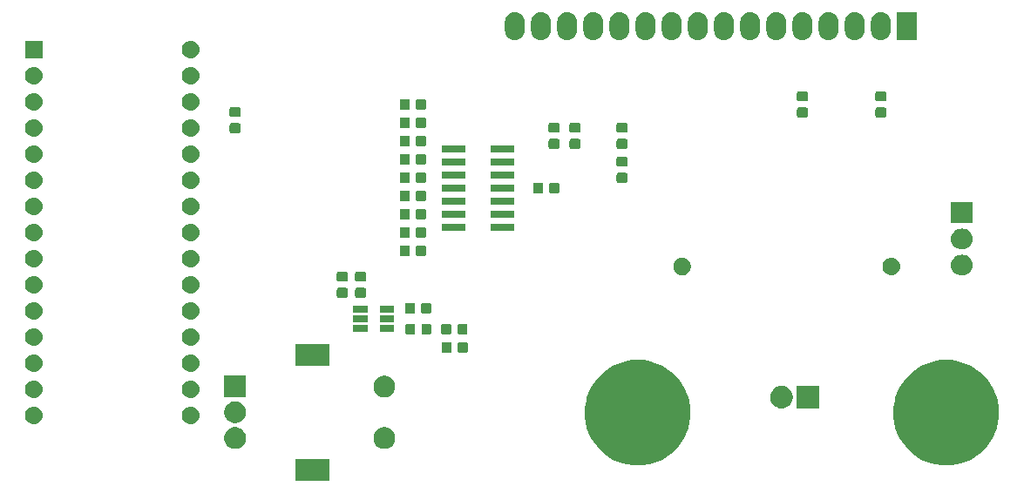
<source format=gbr>
G04 #@! TF.GenerationSoftware,KiCad,Pcbnew,(5.1.2)-1*
G04 #@! TF.CreationDate,2020-03-13T00:19:03-07:00*
G04 #@! TF.ProjectId,progrmmable-load,70726f67-726d-46d6-9162-6c652d6c6f61,rev?*
G04 #@! TF.SameCoordinates,Original*
G04 #@! TF.FileFunction,Soldermask,Top*
G04 #@! TF.FilePolarity,Negative*
%FSLAX46Y46*%
G04 Gerber Fmt 4.6, Leading zero omitted, Abs format (unit mm)*
G04 Created by KiCad (PCBNEW (5.1.2)-1) date 2020-03-13 00:19:03*
%MOMM*%
%LPD*%
G04 APERTURE LIST*
%ADD10C,0.100000*%
G04 APERTURE END LIST*
D10*
G36*
X120149000Y-145422000D02*
G01*
X116847000Y-145422000D01*
X116847000Y-143320000D01*
X120149000Y-143320000D01*
X120149000Y-145422000D01*
X120149000Y-145422000D01*
G37*
G36*
X181087008Y-133778590D02*
G01*
X181582658Y-133877181D01*
X182516440Y-134263967D01*
X183356822Y-134825492D01*
X184071508Y-135540178D01*
X184633033Y-136380560D01*
X185019819Y-137314342D01*
X185078261Y-137608150D01*
X185217000Y-138305639D01*
X185217000Y-139316361D01*
X185140215Y-139702384D01*
X185019819Y-140307658D01*
X184633033Y-141241440D01*
X184071508Y-142081822D01*
X183356822Y-142796508D01*
X182516440Y-143358033D01*
X181582658Y-143744819D01*
X181087009Y-143843409D01*
X180591361Y-143942000D01*
X179580639Y-143942000D01*
X179084991Y-143843409D01*
X178589342Y-143744819D01*
X177655560Y-143358033D01*
X176815178Y-142796508D01*
X176100492Y-142081822D01*
X175538967Y-141241440D01*
X175152181Y-140307658D01*
X175031785Y-139702384D01*
X174955000Y-139316361D01*
X174955000Y-138305639D01*
X175093739Y-137608150D01*
X175152181Y-137314342D01*
X175538967Y-136380560D01*
X176100492Y-135540178D01*
X176815178Y-134825492D01*
X177655560Y-134263967D01*
X178589342Y-133877181D01*
X179084992Y-133778590D01*
X179580639Y-133680000D01*
X180591361Y-133680000D01*
X181087008Y-133778590D01*
X181087008Y-133778590D01*
G37*
G36*
X151117008Y-133778590D02*
G01*
X151612658Y-133877181D01*
X152546440Y-134263967D01*
X153386822Y-134825492D01*
X154101508Y-135540178D01*
X154663033Y-136380560D01*
X155049819Y-137314342D01*
X155108261Y-137608150D01*
X155247000Y-138305639D01*
X155247000Y-139316361D01*
X155170215Y-139702384D01*
X155049819Y-140307658D01*
X154663033Y-141241440D01*
X154101508Y-142081822D01*
X153386822Y-142796508D01*
X152546440Y-143358033D01*
X151612658Y-143744819D01*
X151117009Y-143843409D01*
X150621361Y-143942000D01*
X149610639Y-143942000D01*
X149114991Y-143843409D01*
X148619342Y-143744819D01*
X147685560Y-143358033D01*
X146845178Y-142796508D01*
X146130492Y-142081822D01*
X145568967Y-141241440D01*
X145182181Y-140307658D01*
X145061785Y-139702384D01*
X144985000Y-139316361D01*
X144985000Y-138305639D01*
X145123739Y-137608150D01*
X145182181Y-137314342D01*
X145568967Y-136380560D01*
X146130492Y-135540178D01*
X146845178Y-134825492D01*
X147685560Y-134263967D01*
X148619342Y-133877181D01*
X149114992Y-133778590D01*
X149610639Y-133680000D01*
X150621361Y-133680000D01*
X151117008Y-133778590D01*
X151117008Y-133778590D01*
G37*
G36*
X125804564Y-140260389D02*
G01*
X125995833Y-140339615D01*
X125995835Y-140339616D01*
X126167973Y-140454635D01*
X126314365Y-140601027D01*
X126429385Y-140773167D01*
X126508611Y-140964436D01*
X126549000Y-141167484D01*
X126549000Y-141374516D01*
X126508611Y-141577564D01*
X126429385Y-141768833D01*
X126429384Y-141768835D01*
X126314365Y-141940973D01*
X126167973Y-142087365D01*
X125995835Y-142202384D01*
X125995834Y-142202385D01*
X125995833Y-142202385D01*
X125804564Y-142281611D01*
X125601516Y-142322000D01*
X125394484Y-142322000D01*
X125191436Y-142281611D01*
X125000167Y-142202385D01*
X125000166Y-142202385D01*
X125000165Y-142202384D01*
X124828027Y-142087365D01*
X124681635Y-141940973D01*
X124566616Y-141768835D01*
X124566615Y-141768833D01*
X124487389Y-141577564D01*
X124447000Y-141374516D01*
X124447000Y-141167484D01*
X124487389Y-140964436D01*
X124566615Y-140773167D01*
X124681635Y-140601027D01*
X124828027Y-140454635D01*
X125000165Y-140339616D01*
X125000167Y-140339615D01*
X125191436Y-140260389D01*
X125394484Y-140220000D01*
X125601516Y-140220000D01*
X125804564Y-140260389D01*
X125804564Y-140260389D01*
G37*
G36*
X111304564Y-140260389D02*
G01*
X111495833Y-140339615D01*
X111495835Y-140339616D01*
X111667973Y-140454635D01*
X111814365Y-140601027D01*
X111929385Y-140773167D01*
X112008611Y-140964436D01*
X112049000Y-141167484D01*
X112049000Y-141374516D01*
X112008611Y-141577564D01*
X111929385Y-141768833D01*
X111929384Y-141768835D01*
X111814365Y-141940973D01*
X111667973Y-142087365D01*
X111495835Y-142202384D01*
X111495834Y-142202385D01*
X111495833Y-142202385D01*
X111304564Y-142281611D01*
X111101516Y-142322000D01*
X110894484Y-142322000D01*
X110691436Y-142281611D01*
X110500167Y-142202385D01*
X110500166Y-142202385D01*
X110500165Y-142202384D01*
X110328027Y-142087365D01*
X110181635Y-141940973D01*
X110066616Y-141768835D01*
X110066615Y-141768833D01*
X109987389Y-141577564D01*
X109947000Y-141374516D01*
X109947000Y-141167484D01*
X109987389Y-140964436D01*
X110066615Y-140773167D01*
X110181635Y-140601027D01*
X110328027Y-140454635D01*
X110500165Y-140339616D01*
X110500167Y-140339615D01*
X110691436Y-140260389D01*
X110894484Y-140220000D01*
X111101516Y-140220000D01*
X111304564Y-140260389D01*
X111304564Y-140260389D01*
G37*
G36*
X91606823Y-138226313D02*
G01*
X91767242Y-138274976D01*
X91899537Y-138345689D01*
X91915078Y-138353996D01*
X92044659Y-138460341D01*
X92151004Y-138589922D01*
X92151005Y-138589924D01*
X92230024Y-138737758D01*
X92278687Y-138898177D01*
X92295117Y-139065000D01*
X92278687Y-139231823D01*
X92230024Y-139392242D01*
X92159114Y-139524906D01*
X92151004Y-139540078D01*
X92044659Y-139669659D01*
X91915078Y-139776004D01*
X91915076Y-139776005D01*
X91767242Y-139855024D01*
X91606823Y-139903687D01*
X91481804Y-139916000D01*
X91398196Y-139916000D01*
X91273177Y-139903687D01*
X91112758Y-139855024D01*
X90964924Y-139776005D01*
X90964922Y-139776004D01*
X90835341Y-139669659D01*
X90728996Y-139540078D01*
X90720886Y-139524906D01*
X90649976Y-139392242D01*
X90601313Y-139231823D01*
X90584883Y-139065000D01*
X90601313Y-138898177D01*
X90649976Y-138737758D01*
X90728995Y-138589924D01*
X90728996Y-138589922D01*
X90835341Y-138460341D01*
X90964922Y-138353996D01*
X90980463Y-138345689D01*
X91112758Y-138274976D01*
X91273177Y-138226313D01*
X91398196Y-138214000D01*
X91481804Y-138214000D01*
X91606823Y-138226313D01*
X91606823Y-138226313D01*
G37*
G36*
X106846823Y-138226313D02*
G01*
X107007242Y-138274976D01*
X107139537Y-138345689D01*
X107155078Y-138353996D01*
X107284659Y-138460341D01*
X107391004Y-138589922D01*
X107391005Y-138589924D01*
X107470024Y-138737758D01*
X107518687Y-138898177D01*
X107535117Y-139065000D01*
X107518687Y-139231823D01*
X107470024Y-139392242D01*
X107399114Y-139524906D01*
X107391004Y-139540078D01*
X107284659Y-139669659D01*
X107155078Y-139776004D01*
X107155076Y-139776005D01*
X107007242Y-139855024D01*
X106846823Y-139903687D01*
X106721804Y-139916000D01*
X106638196Y-139916000D01*
X106513177Y-139903687D01*
X106352758Y-139855024D01*
X106204924Y-139776005D01*
X106204922Y-139776004D01*
X106075341Y-139669659D01*
X105968996Y-139540078D01*
X105960886Y-139524906D01*
X105889976Y-139392242D01*
X105841313Y-139231823D01*
X105824883Y-139065000D01*
X105841313Y-138898177D01*
X105889976Y-138737758D01*
X105968995Y-138589924D01*
X105968996Y-138589922D01*
X106075341Y-138460341D01*
X106204922Y-138353996D01*
X106220463Y-138345689D01*
X106352758Y-138274976D01*
X106513177Y-138226313D01*
X106638196Y-138214000D01*
X106721804Y-138214000D01*
X106846823Y-138226313D01*
X106846823Y-138226313D01*
G37*
G36*
X111304564Y-137760389D02*
G01*
X111495833Y-137839615D01*
X111495835Y-137839616D01*
X111667973Y-137954635D01*
X111814365Y-138101027D01*
X111929385Y-138273167D01*
X112008611Y-138464436D01*
X112049000Y-138667484D01*
X112049000Y-138874516D01*
X112008611Y-139077564D01*
X111944715Y-139231823D01*
X111929384Y-139268835D01*
X111814365Y-139440973D01*
X111667973Y-139587365D01*
X111495835Y-139702384D01*
X111495834Y-139702385D01*
X111495833Y-139702385D01*
X111304564Y-139781611D01*
X111101516Y-139822000D01*
X110894484Y-139822000D01*
X110691436Y-139781611D01*
X110500167Y-139702385D01*
X110500166Y-139702385D01*
X110500165Y-139702384D01*
X110328027Y-139587365D01*
X110181635Y-139440973D01*
X110066616Y-139268835D01*
X110051285Y-139231823D01*
X109987389Y-139077564D01*
X109947000Y-138874516D01*
X109947000Y-138667484D01*
X109987389Y-138464436D01*
X110066615Y-138273167D01*
X110181635Y-138101027D01*
X110328027Y-137954635D01*
X110500165Y-137839616D01*
X110500167Y-137839615D01*
X110691436Y-137760389D01*
X110894484Y-137720000D01*
X111101516Y-137720000D01*
X111304564Y-137760389D01*
X111304564Y-137760389D01*
G37*
G36*
X164298794Y-136207155D02*
G01*
X164405150Y-136228311D01*
X164505334Y-136269809D01*
X164605520Y-136311307D01*
X164785844Y-136431795D01*
X164939205Y-136585156D01*
X165059693Y-136765480D01*
X165095630Y-136852239D01*
X165132385Y-136940973D01*
X165142689Y-136965851D01*
X165185000Y-137178560D01*
X165185000Y-137395440D01*
X165142689Y-137608149D01*
X165059693Y-137808520D01*
X164939205Y-137988844D01*
X164785844Y-138142205D01*
X164605520Y-138262693D01*
X164405150Y-138345689D01*
X164298795Y-138366844D01*
X164192440Y-138388000D01*
X163975560Y-138388000D01*
X163869205Y-138366844D01*
X163762850Y-138345689D01*
X163562480Y-138262693D01*
X163382156Y-138142205D01*
X163228795Y-137988844D01*
X163108307Y-137808520D01*
X163025311Y-137608149D01*
X162983000Y-137395440D01*
X162983000Y-137178560D01*
X163025311Y-136965851D01*
X163035616Y-136940973D01*
X163072370Y-136852239D01*
X163108307Y-136765480D01*
X163228795Y-136585156D01*
X163382156Y-136431795D01*
X163562480Y-136311307D01*
X163662666Y-136269809D01*
X163762850Y-136228311D01*
X163869206Y-136207155D01*
X163975560Y-136186000D01*
X164192440Y-136186000D01*
X164298794Y-136207155D01*
X164298794Y-136207155D01*
G37*
G36*
X167725000Y-138388000D02*
G01*
X165523000Y-138388000D01*
X165523000Y-136186000D01*
X167725000Y-136186000D01*
X167725000Y-138388000D01*
X167725000Y-138388000D01*
G37*
G36*
X91606823Y-135686313D02*
G01*
X91767242Y-135734976D01*
X91838692Y-135773167D01*
X91915078Y-135813996D01*
X92044659Y-135920341D01*
X92151004Y-136049922D01*
X92151005Y-136049924D01*
X92230024Y-136197758D01*
X92278687Y-136358177D01*
X92295117Y-136525000D01*
X92278687Y-136691823D01*
X92230024Y-136852242D01*
X92182596Y-136940973D01*
X92151004Y-137000078D01*
X92044659Y-137129659D01*
X91915078Y-137236004D01*
X91915076Y-137236005D01*
X91767242Y-137315024D01*
X91606823Y-137363687D01*
X91481804Y-137376000D01*
X91398196Y-137376000D01*
X91273177Y-137363687D01*
X91112758Y-137315024D01*
X90964924Y-137236005D01*
X90964922Y-137236004D01*
X90835341Y-137129659D01*
X90728996Y-137000078D01*
X90697404Y-136940973D01*
X90649976Y-136852242D01*
X90601313Y-136691823D01*
X90584883Y-136525000D01*
X90601313Y-136358177D01*
X90649976Y-136197758D01*
X90728995Y-136049924D01*
X90728996Y-136049922D01*
X90835341Y-135920341D01*
X90964922Y-135813996D01*
X91041308Y-135773167D01*
X91112758Y-135734976D01*
X91273177Y-135686313D01*
X91398196Y-135674000D01*
X91481804Y-135674000D01*
X91606823Y-135686313D01*
X91606823Y-135686313D01*
G37*
G36*
X106846823Y-135686313D02*
G01*
X107007242Y-135734976D01*
X107078692Y-135773167D01*
X107155078Y-135813996D01*
X107284659Y-135920341D01*
X107391004Y-136049922D01*
X107391005Y-136049924D01*
X107470024Y-136197758D01*
X107518687Y-136358177D01*
X107535117Y-136525000D01*
X107518687Y-136691823D01*
X107470024Y-136852242D01*
X107422596Y-136940973D01*
X107391004Y-137000078D01*
X107284659Y-137129659D01*
X107155078Y-137236004D01*
X107155076Y-137236005D01*
X107007242Y-137315024D01*
X106846823Y-137363687D01*
X106721804Y-137376000D01*
X106638196Y-137376000D01*
X106513177Y-137363687D01*
X106352758Y-137315024D01*
X106204924Y-137236005D01*
X106204922Y-137236004D01*
X106075341Y-137129659D01*
X105968996Y-137000078D01*
X105937404Y-136940973D01*
X105889976Y-136852242D01*
X105841313Y-136691823D01*
X105824883Y-136525000D01*
X105841313Y-136358177D01*
X105889976Y-136197758D01*
X105968995Y-136049924D01*
X105968996Y-136049922D01*
X106075341Y-135920341D01*
X106204922Y-135813996D01*
X106281308Y-135773167D01*
X106352758Y-135734976D01*
X106513177Y-135686313D01*
X106638196Y-135674000D01*
X106721804Y-135674000D01*
X106846823Y-135686313D01*
X106846823Y-135686313D01*
G37*
G36*
X112049000Y-137322000D02*
G01*
X109947000Y-137322000D01*
X109947000Y-135220000D01*
X112049000Y-135220000D01*
X112049000Y-137322000D01*
X112049000Y-137322000D01*
G37*
G36*
X125804564Y-135260389D02*
G01*
X125995833Y-135339615D01*
X125995835Y-135339616D01*
X126167973Y-135454635D01*
X126314365Y-135601027D01*
X126429385Y-135773167D01*
X126508611Y-135964436D01*
X126549000Y-136167484D01*
X126549000Y-136374516D01*
X126508611Y-136577564D01*
X126430774Y-136765480D01*
X126429384Y-136768835D01*
X126314365Y-136940973D01*
X126167973Y-137087365D01*
X125995835Y-137202384D01*
X125995834Y-137202385D01*
X125995833Y-137202385D01*
X125804564Y-137281611D01*
X125601516Y-137322000D01*
X125394484Y-137322000D01*
X125191436Y-137281611D01*
X125000167Y-137202385D01*
X125000166Y-137202385D01*
X125000165Y-137202384D01*
X124828027Y-137087365D01*
X124681635Y-136940973D01*
X124566616Y-136768835D01*
X124565226Y-136765480D01*
X124487389Y-136577564D01*
X124447000Y-136374516D01*
X124447000Y-136167484D01*
X124487389Y-135964436D01*
X124566615Y-135773167D01*
X124681635Y-135601027D01*
X124828027Y-135454635D01*
X125000165Y-135339616D01*
X125000167Y-135339615D01*
X125191436Y-135260389D01*
X125394484Y-135220000D01*
X125601516Y-135220000D01*
X125804564Y-135260389D01*
X125804564Y-135260389D01*
G37*
G36*
X91606823Y-133146313D02*
G01*
X91767242Y-133194976D01*
X91899906Y-133265886D01*
X91915078Y-133273996D01*
X92044659Y-133380341D01*
X92151004Y-133509922D01*
X92151005Y-133509924D01*
X92230024Y-133657758D01*
X92278687Y-133818177D01*
X92295117Y-133985000D01*
X92278687Y-134151823D01*
X92230024Y-134312242D01*
X92159114Y-134444906D01*
X92151004Y-134460078D01*
X92044659Y-134589659D01*
X91915078Y-134696004D01*
X91915076Y-134696005D01*
X91767242Y-134775024D01*
X91606823Y-134823687D01*
X91481804Y-134836000D01*
X91398196Y-134836000D01*
X91273177Y-134823687D01*
X91112758Y-134775024D01*
X90964924Y-134696005D01*
X90964922Y-134696004D01*
X90835341Y-134589659D01*
X90728996Y-134460078D01*
X90720886Y-134444906D01*
X90649976Y-134312242D01*
X90601313Y-134151823D01*
X90584883Y-133985000D01*
X90601313Y-133818177D01*
X90649976Y-133657758D01*
X90728995Y-133509924D01*
X90728996Y-133509922D01*
X90835341Y-133380341D01*
X90964922Y-133273996D01*
X90980094Y-133265886D01*
X91112758Y-133194976D01*
X91273177Y-133146313D01*
X91398196Y-133134000D01*
X91481804Y-133134000D01*
X91606823Y-133146313D01*
X91606823Y-133146313D01*
G37*
G36*
X106846823Y-133146313D02*
G01*
X107007242Y-133194976D01*
X107139906Y-133265886D01*
X107155078Y-133273996D01*
X107284659Y-133380341D01*
X107391004Y-133509922D01*
X107391005Y-133509924D01*
X107470024Y-133657758D01*
X107518687Y-133818177D01*
X107535117Y-133985000D01*
X107518687Y-134151823D01*
X107470024Y-134312242D01*
X107399114Y-134444906D01*
X107391004Y-134460078D01*
X107284659Y-134589659D01*
X107155078Y-134696004D01*
X107155076Y-134696005D01*
X107007242Y-134775024D01*
X106846823Y-134823687D01*
X106721804Y-134836000D01*
X106638196Y-134836000D01*
X106513177Y-134823687D01*
X106352758Y-134775024D01*
X106204924Y-134696005D01*
X106204922Y-134696004D01*
X106075341Y-134589659D01*
X105968996Y-134460078D01*
X105960886Y-134444906D01*
X105889976Y-134312242D01*
X105841313Y-134151823D01*
X105824883Y-133985000D01*
X105841313Y-133818177D01*
X105889976Y-133657758D01*
X105968995Y-133509924D01*
X105968996Y-133509922D01*
X106075341Y-133380341D01*
X106204922Y-133273996D01*
X106220094Y-133265886D01*
X106352758Y-133194976D01*
X106513177Y-133146313D01*
X106638196Y-133134000D01*
X106721804Y-133134000D01*
X106846823Y-133146313D01*
X106846823Y-133146313D01*
G37*
G36*
X120149000Y-134222000D02*
G01*
X116847000Y-134222000D01*
X116847000Y-132120000D01*
X120149000Y-132120000D01*
X120149000Y-134222000D01*
X120149000Y-134222000D01*
G37*
G36*
X133463591Y-131939085D02*
G01*
X133497569Y-131949393D01*
X133528890Y-131966134D01*
X133556339Y-131988661D01*
X133578866Y-132016110D01*
X133595607Y-132047431D01*
X133605915Y-132081409D01*
X133610000Y-132122890D01*
X133610000Y-132799110D01*
X133605915Y-132840591D01*
X133595607Y-132874569D01*
X133578866Y-132905890D01*
X133556339Y-132933339D01*
X133528890Y-132955866D01*
X133497569Y-132972607D01*
X133463591Y-132982915D01*
X133422110Y-132987000D01*
X132820890Y-132987000D01*
X132779409Y-132982915D01*
X132745431Y-132972607D01*
X132714110Y-132955866D01*
X132686661Y-132933339D01*
X132664134Y-132905890D01*
X132647393Y-132874569D01*
X132637085Y-132840591D01*
X132633000Y-132799110D01*
X132633000Y-132122890D01*
X132637085Y-132081409D01*
X132647393Y-132047431D01*
X132664134Y-132016110D01*
X132686661Y-131988661D01*
X132714110Y-131966134D01*
X132745431Y-131949393D01*
X132779409Y-131939085D01*
X132820890Y-131935000D01*
X133422110Y-131935000D01*
X133463591Y-131939085D01*
X133463591Y-131939085D01*
G37*
G36*
X131888591Y-131939085D02*
G01*
X131922569Y-131949393D01*
X131953890Y-131966134D01*
X131981339Y-131988661D01*
X132003866Y-132016110D01*
X132020607Y-132047431D01*
X132030915Y-132081409D01*
X132035000Y-132122890D01*
X132035000Y-132799110D01*
X132030915Y-132840591D01*
X132020607Y-132874569D01*
X132003866Y-132905890D01*
X131981339Y-132933339D01*
X131953890Y-132955866D01*
X131922569Y-132972607D01*
X131888591Y-132982915D01*
X131847110Y-132987000D01*
X131245890Y-132987000D01*
X131204409Y-132982915D01*
X131170431Y-132972607D01*
X131139110Y-132955866D01*
X131111661Y-132933339D01*
X131089134Y-132905890D01*
X131072393Y-132874569D01*
X131062085Y-132840591D01*
X131058000Y-132799110D01*
X131058000Y-132122890D01*
X131062085Y-132081409D01*
X131072393Y-132047431D01*
X131089134Y-132016110D01*
X131111661Y-131988661D01*
X131139110Y-131966134D01*
X131170431Y-131949393D01*
X131204409Y-131939085D01*
X131245890Y-131935000D01*
X131847110Y-131935000D01*
X131888591Y-131939085D01*
X131888591Y-131939085D01*
G37*
G36*
X106846823Y-130606313D02*
G01*
X107007242Y-130654976D01*
X107139906Y-130725886D01*
X107155078Y-130733996D01*
X107284659Y-130840341D01*
X107391004Y-130969922D01*
X107391005Y-130969924D01*
X107470024Y-131117758D01*
X107518687Y-131278177D01*
X107535117Y-131445000D01*
X107518687Y-131611823D01*
X107470024Y-131772242D01*
X107399114Y-131904906D01*
X107391004Y-131920078D01*
X107284659Y-132049659D01*
X107155078Y-132156004D01*
X107155076Y-132156005D01*
X107007242Y-132235024D01*
X106846823Y-132283687D01*
X106721804Y-132296000D01*
X106638196Y-132296000D01*
X106513177Y-132283687D01*
X106352758Y-132235024D01*
X106204924Y-132156005D01*
X106204922Y-132156004D01*
X106075341Y-132049659D01*
X105968996Y-131920078D01*
X105960886Y-131904906D01*
X105889976Y-131772242D01*
X105841313Y-131611823D01*
X105824883Y-131445000D01*
X105841313Y-131278177D01*
X105889976Y-131117758D01*
X105968995Y-130969924D01*
X105968996Y-130969922D01*
X106075341Y-130840341D01*
X106204922Y-130733996D01*
X106220094Y-130725886D01*
X106352758Y-130654976D01*
X106513177Y-130606313D01*
X106638196Y-130594000D01*
X106721804Y-130594000D01*
X106846823Y-130606313D01*
X106846823Y-130606313D01*
G37*
G36*
X91606823Y-130606313D02*
G01*
X91767242Y-130654976D01*
X91899906Y-130725886D01*
X91915078Y-130733996D01*
X92044659Y-130840341D01*
X92151004Y-130969922D01*
X92151005Y-130969924D01*
X92230024Y-131117758D01*
X92278687Y-131278177D01*
X92295117Y-131445000D01*
X92278687Y-131611823D01*
X92230024Y-131772242D01*
X92159114Y-131904906D01*
X92151004Y-131920078D01*
X92044659Y-132049659D01*
X91915078Y-132156004D01*
X91915076Y-132156005D01*
X91767242Y-132235024D01*
X91606823Y-132283687D01*
X91481804Y-132296000D01*
X91398196Y-132296000D01*
X91273177Y-132283687D01*
X91112758Y-132235024D01*
X90964924Y-132156005D01*
X90964922Y-132156004D01*
X90835341Y-132049659D01*
X90728996Y-131920078D01*
X90720886Y-131904906D01*
X90649976Y-131772242D01*
X90601313Y-131611823D01*
X90584883Y-131445000D01*
X90601313Y-131278177D01*
X90649976Y-131117758D01*
X90728995Y-130969924D01*
X90728996Y-130969922D01*
X90835341Y-130840341D01*
X90964922Y-130733996D01*
X90980094Y-130725886D01*
X91112758Y-130654976D01*
X91273177Y-130606313D01*
X91398196Y-130594000D01*
X91481804Y-130594000D01*
X91606823Y-130606313D01*
X91606823Y-130606313D01*
G37*
G36*
X128358091Y-130161085D02*
G01*
X128392069Y-130171393D01*
X128423390Y-130188134D01*
X128450839Y-130210661D01*
X128473366Y-130238110D01*
X128490107Y-130269431D01*
X128500415Y-130303409D01*
X128504500Y-130344890D01*
X128504500Y-131021110D01*
X128500415Y-131062591D01*
X128490107Y-131096569D01*
X128473366Y-131127890D01*
X128450839Y-131155339D01*
X128423390Y-131177866D01*
X128392069Y-131194607D01*
X128358091Y-131204915D01*
X128316610Y-131209000D01*
X127715390Y-131209000D01*
X127673909Y-131204915D01*
X127639931Y-131194607D01*
X127608610Y-131177866D01*
X127581161Y-131155339D01*
X127558634Y-131127890D01*
X127541893Y-131096569D01*
X127531585Y-131062591D01*
X127527500Y-131021110D01*
X127527500Y-130344890D01*
X127531585Y-130303409D01*
X127541893Y-130269431D01*
X127558634Y-130238110D01*
X127581161Y-130210661D01*
X127608610Y-130188134D01*
X127639931Y-130171393D01*
X127673909Y-130161085D01*
X127715390Y-130157000D01*
X128316610Y-130157000D01*
X128358091Y-130161085D01*
X128358091Y-130161085D01*
G37*
G36*
X129933091Y-130161085D02*
G01*
X129967069Y-130171393D01*
X129998390Y-130188134D01*
X130025839Y-130210661D01*
X130048366Y-130238110D01*
X130065107Y-130269431D01*
X130075415Y-130303409D01*
X130079500Y-130344890D01*
X130079500Y-131021110D01*
X130075415Y-131062591D01*
X130065107Y-131096569D01*
X130048366Y-131127890D01*
X130025839Y-131155339D01*
X129998390Y-131177866D01*
X129967069Y-131194607D01*
X129933091Y-131204915D01*
X129891610Y-131209000D01*
X129290390Y-131209000D01*
X129248909Y-131204915D01*
X129214931Y-131194607D01*
X129183610Y-131177866D01*
X129156161Y-131155339D01*
X129133634Y-131127890D01*
X129116893Y-131096569D01*
X129106585Y-131062591D01*
X129102500Y-131021110D01*
X129102500Y-130344890D01*
X129106585Y-130303409D01*
X129116893Y-130269431D01*
X129133634Y-130238110D01*
X129156161Y-130210661D01*
X129183610Y-130188134D01*
X129214931Y-130171393D01*
X129248909Y-130161085D01*
X129290390Y-130157000D01*
X129891610Y-130157000D01*
X129933091Y-130161085D01*
X129933091Y-130161085D01*
G37*
G36*
X131863091Y-130161085D02*
G01*
X131897069Y-130171393D01*
X131928390Y-130188134D01*
X131955839Y-130210661D01*
X131978366Y-130238110D01*
X131995107Y-130269431D01*
X132005415Y-130303409D01*
X132009500Y-130344890D01*
X132009500Y-131021110D01*
X132005415Y-131062591D01*
X131995107Y-131096569D01*
X131978366Y-131127890D01*
X131955839Y-131155339D01*
X131928390Y-131177866D01*
X131897069Y-131194607D01*
X131863091Y-131204915D01*
X131821610Y-131209000D01*
X131220390Y-131209000D01*
X131178909Y-131204915D01*
X131144931Y-131194607D01*
X131113610Y-131177866D01*
X131086161Y-131155339D01*
X131063634Y-131127890D01*
X131046893Y-131096569D01*
X131036585Y-131062591D01*
X131032500Y-131021110D01*
X131032500Y-130344890D01*
X131036585Y-130303409D01*
X131046893Y-130269431D01*
X131063634Y-130238110D01*
X131086161Y-130210661D01*
X131113610Y-130188134D01*
X131144931Y-130171393D01*
X131178909Y-130161085D01*
X131220390Y-130157000D01*
X131821610Y-130157000D01*
X131863091Y-130161085D01*
X131863091Y-130161085D01*
G37*
G36*
X133438091Y-130161085D02*
G01*
X133472069Y-130171393D01*
X133503390Y-130188134D01*
X133530839Y-130210661D01*
X133553366Y-130238110D01*
X133570107Y-130269431D01*
X133580415Y-130303409D01*
X133584500Y-130344890D01*
X133584500Y-131021110D01*
X133580415Y-131062591D01*
X133570107Y-131096569D01*
X133553366Y-131127890D01*
X133530839Y-131155339D01*
X133503390Y-131177866D01*
X133472069Y-131194607D01*
X133438091Y-131204915D01*
X133396610Y-131209000D01*
X132795390Y-131209000D01*
X132753909Y-131204915D01*
X132719931Y-131194607D01*
X132688610Y-131177866D01*
X132661161Y-131155339D01*
X132638634Y-131127890D01*
X132621893Y-131096569D01*
X132611585Y-131062591D01*
X132607500Y-131021110D01*
X132607500Y-130344890D01*
X132611585Y-130303409D01*
X132621893Y-130269431D01*
X132638634Y-130238110D01*
X132661161Y-130210661D01*
X132688610Y-130188134D01*
X132719931Y-130171393D01*
X132753909Y-130161085D01*
X132795390Y-130157000D01*
X133396610Y-130157000D01*
X133438091Y-130161085D01*
X133438091Y-130161085D01*
G37*
G36*
X123876000Y-130947409D02*
G01*
X122453200Y-130947409D01*
X122453200Y-130286609D01*
X123876000Y-130286609D01*
X123876000Y-130947409D01*
X123876000Y-130947409D01*
G37*
G36*
X126466800Y-130947409D02*
G01*
X125044000Y-130947409D01*
X125044000Y-130286609D01*
X126466800Y-130286609D01*
X126466800Y-130947409D01*
X126466800Y-130947409D01*
G37*
G36*
X126466800Y-129997400D02*
G01*
X125044000Y-129997400D01*
X125044000Y-129336600D01*
X126466800Y-129336600D01*
X126466800Y-129997400D01*
X126466800Y-129997400D01*
G37*
G36*
X123876000Y-129997400D02*
G01*
X122453200Y-129997400D01*
X122453200Y-129336600D01*
X123876000Y-129336600D01*
X123876000Y-129997400D01*
X123876000Y-129997400D01*
G37*
G36*
X91606823Y-128066313D02*
G01*
X91767242Y-128114976D01*
X91844243Y-128156134D01*
X91915078Y-128193996D01*
X92044659Y-128300341D01*
X92151004Y-128429922D01*
X92151005Y-128429924D01*
X92230024Y-128577758D01*
X92278687Y-128738177D01*
X92295117Y-128905000D01*
X92278687Y-129071823D01*
X92230024Y-129232242D01*
X92174243Y-129336600D01*
X92151004Y-129380078D01*
X92044659Y-129509659D01*
X91915078Y-129616004D01*
X91915076Y-129616005D01*
X91767242Y-129695024D01*
X91606823Y-129743687D01*
X91481804Y-129756000D01*
X91398196Y-129756000D01*
X91273177Y-129743687D01*
X91112758Y-129695024D01*
X90964924Y-129616005D01*
X90964922Y-129616004D01*
X90835341Y-129509659D01*
X90728996Y-129380078D01*
X90705757Y-129336600D01*
X90649976Y-129232242D01*
X90601313Y-129071823D01*
X90584883Y-128905000D01*
X90601313Y-128738177D01*
X90649976Y-128577758D01*
X90728995Y-128429924D01*
X90728996Y-128429922D01*
X90835341Y-128300341D01*
X90964922Y-128193996D01*
X91035757Y-128156134D01*
X91112758Y-128114976D01*
X91273177Y-128066313D01*
X91398196Y-128054000D01*
X91481804Y-128054000D01*
X91606823Y-128066313D01*
X91606823Y-128066313D01*
G37*
G36*
X106846823Y-128066313D02*
G01*
X107007242Y-128114976D01*
X107084243Y-128156134D01*
X107155078Y-128193996D01*
X107284659Y-128300341D01*
X107391004Y-128429922D01*
X107391005Y-128429924D01*
X107470024Y-128577758D01*
X107518687Y-128738177D01*
X107535117Y-128905000D01*
X107518687Y-129071823D01*
X107470024Y-129232242D01*
X107414243Y-129336600D01*
X107391004Y-129380078D01*
X107284659Y-129509659D01*
X107155078Y-129616004D01*
X107155076Y-129616005D01*
X107007242Y-129695024D01*
X106846823Y-129743687D01*
X106721804Y-129756000D01*
X106638196Y-129756000D01*
X106513177Y-129743687D01*
X106352758Y-129695024D01*
X106204924Y-129616005D01*
X106204922Y-129616004D01*
X106075341Y-129509659D01*
X105968996Y-129380078D01*
X105945757Y-129336600D01*
X105889976Y-129232242D01*
X105841313Y-129071823D01*
X105824883Y-128905000D01*
X105841313Y-128738177D01*
X105889976Y-128577758D01*
X105968995Y-128429924D01*
X105968996Y-128429922D01*
X106075341Y-128300341D01*
X106204922Y-128193996D01*
X106275757Y-128156134D01*
X106352758Y-128114976D01*
X106513177Y-128066313D01*
X106638196Y-128054000D01*
X106721804Y-128054000D01*
X106846823Y-128066313D01*
X106846823Y-128066313D01*
G37*
G36*
X128332591Y-128129085D02*
G01*
X128366569Y-128139393D01*
X128397890Y-128156134D01*
X128425339Y-128178661D01*
X128447866Y-128206110D01*
X128464607Y-128237431D01*
X128474915Y-128271409D01*
X128479000Y-128312890D01*
X128479000Y-128989110D01*
X128474915Y-129030591D01*
X128464607Y-129064569D01*
X128447866Y-129095890D01*
X128425339Y-129123339D01*
X128397890Y-129145866D01*
X128366569Y-129162607D01*
X128332591Y-129172915D01*
X128291110Y-129177000D01*
X127689890Y-129177000D01*
X127648409Y-129172915D01*
X127614431Y-129162607D01*
X127583110Y-129145866D01*
X127555661Y-129123339D01*
X127533134Y-129095890D01*
X127516393Y-129064569D01*
X127506085Y-129030591D01*
X127502000Y-128989110D01*
X127502000Y-128312890D01*
X127506085Y-128271409D01*
X127516393Y-128237431D01*
X127533134Y-128206110D01*
X127555661Y-128178661D01*
X127583110Y-128156134D01*
X127614431Y-128139393D01*
X127648409Y-128129085D01*
X127689890Y-128125000D01*
X128291110Y-128125000D01*
X128332591Y-128129085D01*
X128332591Y-128129085D01*
G37*
G36*
X129907591Y-128129085D02*
G01*
X129941569Y-128139393D01*
X129972890Y-128156134D01*
X130000339Y-128178661D01*
X130022866Y-128206110D01*
X130039607Y-128237431D01*
X130049915Y-128271409D01*
X130054000Y-128312890D01*
X130054000Y-128989110D01*
X130049915Y-129030591D01*
X130039607Y-129064569D01*
X130022866Y-129095890D01*
X130000339Y-129123339D01*
X129972890Y-129145866D01*
X129941569Y-129162607D01*
X129907591Y-129172915D01*
X129866110Y-129177000D01*
X129264890Y-129177000D01*
X129223409Y-129172915D01*
X129189431Y-129162607D01*
X129158110Y-129145866D01*
X129130661Y-129123339D01*
X129108134Y-129095890D01*
X129091393Y-129064569D01*
X129081085Y-129030591D01*
X129077000Y-128989110D01*
X129077000Y-128312890D01*
X129081085Y-128271409D01*
X129091393Y-128237431D01*
X129108134Y-128206110D01*
X129130661Y-128178661D01*
X129158110Y-128156134D01*
X129189431Y-128139393D01*
X129223409Y-128129085D01*
X129264890Y-128125000D01*
X129866110Y-128125000D01*
X129907591Y-128129085D01*
X129907591Y-128129085D01*
G37*
G36*
X126466800Y-129047391D02*
G01*
X125044000Y-129047391D01*
X125044000Y-128386591D01*
X126466800Y-128386591D01*
X126466800Y-129047391D01*
X126466800Y-129047391D01*
G37*
G36*
X123876000Y-129047391D02*
G01*
X122453200Y-129047391D01*
X122453200Y-128386591D01*
X123876000Y-128386591D01*
X123876000Y-129047391D01*
X123876000Y-129047391D01*
G37*
G36*
X121791591Y-126668085D02*
G01*
X121825569Y-126678393D01*
X121856890Y-126695134D01*
X121884339Y-126717661D01*
X121906866Y-126745110D01*
X121923607Y-126776431D01*
X121933915Y-126810409D01*
X121938000Y-126851890D01*
X121938000Y-127453110D01*
X121933915Y-127494591D01*
X121923607Y-127528569D01*
X121906866Y-127559890D01*
X121884339Y-127587339D01*
X121856890Y-127609866D01*
X121825569Y-127626607D01*
X121791591Y-127636915D01*
X121750110Y-127641000D01*
X121073890Y-127641000D01*
X121032409Y-127636915D01*
X120998431Y-127626607D01*
X120967110Y-127609866D01*
X120939661Y-127587339D01*
X120917134Y-127559890D01*
X120900393Y-127528569D01*
X120890085Y-127494591D01*
X120886000Y-127453110D01*
X120886000Y-126851890D01*
X120890085Y-126810409D01*
X120900393Y-126776431D01*
X120917134Y-126745110D01*
X120939661Y-126717661D01*
X120967110Y-126695134D01*
X120998431Y-126678393D01*
X121032409Y-126668085D01*
X121073890Y-126664000D01*
X121750110Y-126664000D01*
X121791591Y-126668085D01*
X121791591Y-126668085D01*
G37*
G36*
X123569591Y-126668085D02*
G01*
X123603569Y-126678393D01*
X123634890Y-126695134D01*
X123662339Y-126717661D01*
X123684866Y-126745110D01*
X123701607Y-126776431D01*
X123711915Y-126810409D01*
X123716000Y-126851890D01*
X123716000Y-127453110D01*
X123711915Y-127494591D01*
X123701607Y-127528569D01*
X123684866Y-127559890D01*
X123662339Y-127587339D01*
X123634890Y-127609866D01*
X123603569Y-127626607D01*
X123569591Y-127636915D01*
X123528110Y-127641000D01*
X122851890Y-127641000D01*
X122810409Y-127636915D01*
X122776431Y-127626607D01*
X122745110Y-127609866D01*
X122717661Y-127587339D01*
X122695134Y-127559890D01*
X122678393Y-127528569D01*
X122668085Y-127494591D01*
X122664000Y-127453110D01*
X122664000Y-126851890D01*
X122668085Y-126810409D01*
X122678393Y-126776431D01*
X122695134Y-126745110D01*
X122717661Y-126717661D01*
X122745110Y-126695134D01*
X122776431Y-126678393D01*
X122810409Y-126668085D01*
X122851890Y-126664000D01*
X123528110Y-126664000D01*
X123569591Y-126668085D01*
X123569591Y-126668085D01*
G37*
G36*
X106846823Y-125526313D02*
G01*
X107007242Y-125574976D01*
X107139906Y-125645886D01*
X107155078Y-125653996D01*
X107284659Y-125760341D01*
X107391004Y-125889922D01*
X107391005Y-125889924D01*
X107470024Y-126037758D01*
X107518687Y-126198177D01*
X107535117Y-126365000D01*
X107518687Y-126531823D01*
X107470024Y-126692242D01*
X107456437Y-126717661D01*
X107391004Y-126840078D01*
X107284659Y-126969659D01*
X107155078Y-127076004D01*
X107155076Y-127076005D01*
X107007242Y-127155024D01*
X106846823Y-127203687D01*
X106721804Y-127216000D01*
X106638196Y-127216000D01*
X106513177Y-127203687D01*
X106352758Y-127155024D01*
X106204924Y-127076005D01*
X106204922Y-127076004D01*
X106075341Y-126969659D01*
X105968996Y-126840078D01*
X105903563Y-126717661D01*
X105889976Y-126692242D01*
X105841313Y-126531823D01*
X105824883Y-126365000D01*
X105841313Y-126198177D01*
X105889976Y-126037758D01*
X105968995Y-125889924D01*
X105968996Y-125889922D01*
X106075341Y-125760341D01*
X106204922Y-125653996D01*
X106220094Y-125645886D01*
X106352758Y-125574976D01*
X106513177Y-125526313D01*
X106638196Y-125514000D01*
X106721804Y-125514000D01*
X106846823Y-125526313D01*
X106846823Y-125526313D01*
G37*
G36*
X91606823Y-125526313D02*
G01*
X91767242Y-125574976D01*
X91899906Y-125645886D01*
X91915078Y-125653996D01*
X92044659Y-125760341D01*
X92151004Y-125889922D01*
X92151005Y-125889924D01*
X92230024Y-126037758D01*
X92278687Y-126198177D01*
X92295117Y-126365000D01*
X92278687Y-126531823D01*
X92230024Y-126692242D01*
X92216437Y-126717661D01*
X92151004Y-126840078D01*
X92044659Y-126969659D01*
X91915078Y-127076004D01*
X91915076Y-127076005D01*
X91767242Y-127155024D01*
X91606823Y-127203687D01*
X91481804Y-127216000D01*
X91398196Y-127216000D01*
X91273177Y-127203687D01*
X91112758Y-127155024D01*
X90964924Y-127076005D01*
X90964922Y-127076004D01*
X90835341Y-126969659D01*
X90728996Y-126840078D01*
X90663563Y-126717661D01*
X90649976Y-126692242D01*
X90601313Y-126531823D01*
X90584883Y-126365000D01*
X90601313Y-126198177D01*
X90649976Y-126037758D01*
X90728995Y-125889924D01*
X90728996Y-125889922D01*
X90835341Y-125760341D01*
X90964922Y-125653996D01*
X90980094Y-125645886D01*
X91112758Y-125574976D01*
X91273177Y-125526313D01*
X91398196Y-125514000D01*
X91481804Y-125514000D01*
X91606823Y-125526313D01*
X91606823Y-125526313D01*
G37*
G36*
X121791591Y-125093085D02*
G01*
X121825569Y-125103393D01*
X121856890Y-125120134D01*
X121884339Y-125142661D01*
X121906866Y-125170110D01*
X121923607Y-125201431D01*
X121933915Y-125235409D01*
X121938000Y-125276890D01*
X121938000Y-125878110D01*
X121933915Y-125919591D01*
X121923607Y-125953569D01*
X121906866Y-125984890D01*
X121884339Y-126012339D01*
X121856890Y-126034866D01*
X121825569Y-126051607D01*
X121791591Y-126061915D01*
X121750110Y-126066000D01*
X121073890Y-126066000D01*
X121032409Y-126061915D01*
X120998431Y-126051607D01*
X120967110Y-126034866D01*
X120939661Y-126012339D01*
X120917134Y-125984890D01*
X120900393Y-125953569D01*
X120890085Y-125919591D01*
X120886000Y-125878110D01*
X120886000Y-125276890D01*
X120890085Y-125235409D01*
X120900393Y-125201431D01*
X120917134Y-125170110D01*
X120939661Y-125142661D01*
X120967110Y-125120134D01*
X120998431Y-125103393D01*
X121032409Y-125093085D01*
X121073890Y-125089000D01*
X121750110Y-125089000D01*
X121791591Y-125093085D01*
X121791591Y-125093085D01*
G37*
G36*
X123569591Y-125093085D02*
G01*
X123603569Y-125103393D01*
X123634890Y-125120134D01*
X123662339Y-125142661D01*
X123684866Y-125170110D01*
X123701607Y-125201431D01*
X123711915Y-125235409D01*
X123716000Y-125276890D01*
X123716000Y-125878110D01*
X123711915Y-125919591D01*
X123701607Y-125953569D01*
X123684866Y-125984890D01*
X123662339Y-126012339D01*
X123634890Y-126034866D01*
X123603569Y-126051607D01*
X123569591Y-126061915D01*
X123528110Y-126066000D01*
X122851890Y-126066000D01*
X122810409Y-126061915D01*
X122776431Y-126051607D01*
X122745110Y-126034866D01*
X122717661Y-126012339D01*
X122695134Y-125984890D01*
X122678393Y-125953569D01*
X122668085Y-125919591D01*
X122664000Y-125878110D01*
X122664000Y-125276890D01*
X122668085Y-125235409D01*
X122678393Y-125201431D01*
X122695134Y-125170110D01*
X122717661Y-125142661D01*
X122745110Y-125120134D01*
X122776431Y-125103393D01*
X122810409Y-125093085D01*
X122851890Y-125089000D01*
X123528110Y-125089000D01*
X123569591Y-125093085D01*
X123569591Y-125093085D01*
G37*
G36*
X181755936Y-123461340D02*
G01*
X181854220Y-123471020D01*
X182043381Y-123528401D01*
X182217712Y-123621583D01*
X182370515Y-123746985D01*
X182495917Y-123899788D01*
X182589099Y-124074119D01*
X182646480Y-124263280D01*
X182665855Y-124460000D01*
X182646480Y-124656720D01*
X182589099Y-124845881D01*
X182495917Y-125020212D01*
X182370515Y-125173015D01*
X182217712Y-125298417D01*
X182043381Y-125391599D01*
X181854220Y-125448980D01*
X181755936Y-125458660D01*
X181706795Y-125463500D01*
X181513205Y-125463500D01*
X181464064Y-125458660D01*
X181365780Y-125448980D01*
X181176619Y-125391599D01*
X181002288Y-125298417D01*
X180849485Y-125173015D01*
X180724083Y-125020212D01*
X180630901Y-124845881D01*
X180573520Y-124656720D01*
X180554145Y-124460000D01*
X180573520Y-124263280D01*
X180630901Y-124074119D01*
X180724083Y-123899788D01*
X180849485Y-123746985D01*
X181002288Y-123621583D01*
X181176619Y-123528401D01*
X181365780Y-123471020D01*
X181464064Y-123461340D01*
X181513205Y-123456500D01*
X181706795Y-123456500D01*
X181755936Y-123461340D01*
X181755936Y-123461340D01*
G37*
G36*
X154680228Y-123768703D02*
G01*
X154835100Y-123832853D01*
X154974481Y-123925985D01*
X155093015Y-124044519D01*
X155186147Y-124183900D01*
X155250297Y-124338772D01*
X155283000Y-124503184D01*
X155283000Y-124670816D01*
X155250297Y-124835228D01*
X155186147Y-124990100D01*
X155093015Y-125129481D01*
X154974481Y-125248015D01*
X154835100Y-125341147D01*
X154680228Y-125405297D01*
X154515816Y-125438000D01*
X154348184Y-125438000D01*
X154183772Y-125405297D01*
X154028900Y-125341147D01*
X153889519Y-125248015D01*
X153770985Y-125129481D01*
X153677853Y-124990100D01*
X153613703Y-124835228D01*
X153581000Y-124670816D01*
X153581000Y-124503184D01*
X153613703Y-124338772D01*
X153677853Y-124183900D01*
X153770985Y-124044519D01*
X153889519Y-123925985D01*
X154028900Y-123832853D01*
X154183772Y-123768703D01*
X154348184Y-123736000D01*
X154515816Y-123736000D01*
X154680228Y-123768703D01*
X154680228Y-123768703D01*
G37*
G36*
X174918823Y-123748313D02*
G01*
X175079242Y-123796976D01*
X175146361Y-123832852D01*
X175227078Y-123875996D01*
X175356659Y-123982341D01*
X175463004Y-124111922D01*
X175463005Y-124111924D01*
X175542024Y-124259758D01*
X175590687Y-124420177D01*
X175607117Y-124587000D01*
X175590687Y-124753823D01*
X175542024Y-124914242D01*
X175501477Y-124990100D01*
X175463004Y-125062078D01*
X175356659Y-125191659D01*
X175227078Y-125298004D01*
X175227076Y-125298005D01*
X175079242Y-125377024D01*
X174918823Y-125425687D01*
X174793804Y-125438000D01*
X174710196Y-125438000D01*
X174585177Y-125425687D01*
X174424758Y-125377024D01*
X174276924Y-125298005D01*
X174276922Y-125298004D01*
X174147341Y-125191659D01*
X174040996Y-125062078D01*
X174002523Y-124990100D01*
X173961976Y-124914242D01*
X173913313Y-124753823D01*
X173896883Y-124587000D01*
X173913313Y-124420177D01*
X173961976Y-124259758D01*
X174040995Y-124111924D01*
X174040996Y-124111922D01*
X174147341Y-123982341D01*
X174276922Y-123875996D01*
X174357639Y-123832852D01*
X174424758Y-123796976D01*
X174585177Y-123748313D01*
X174710196Y-123736000D01*
X174793804Y-123736000D01*
X174918823Y-123748313D01*
X174918823Y-123748313D01*
G37*
G36*
X91606823Y-122986313D02*
G01*
X91767242Y-123034976D01*
X91899906Y-123105886D01*
X91915078Y-123113996D01*
X92044659Y-123220341D01*
X92151004Y-123349922D01*
X92151005Y-123349924D01*
X92230024Y-123497758D01*
X92278687Y-123658177D01*
X92295117Y-123825000D01*
X92278687Y-123991823D01*
X92230024Y-124152242D01*
X92172555Y-124259758D01*
X92151004Y-124300078D01*
X92044659Y-124429659D01*
X91915078Y-124536004D01*
X91915076Y-124536005D01*
X91767242Y-124615024D01*
X91606823Y-124663687D01*
X91481804Y-124676000D01*
X91398196Y-124676000D01*
X91273177Y-124663687D01*
X91112758Y-124615024D01*
X90964924Y-124536005D01*
X90964922Y-124536004D01*
X90835341Y-124429659D01*
X90728996Y-124300078D01*
X90707445Y-124259758D01*
X90649976Y-124152242D01*
X90601313Y-123991823D01*
X90584883Y-123825000D01*
X90601313Y-123658177D01*
X90649976Y-123497758D01*
X90728995Y-123349924D01*
X90728996Y-123349922D01*
X90835341Y-123220341D01*
X90964922Y-123113996D01*
X90980094Y-123105886D01*
X91112758Y-123034976D01*
X91273177Y-122986313D01*
X91398196Y-122974000D01*
X91481804Y-122974000D01*
X91606823Y-122986313D01*
X91606823Y-122986313D01*
G37*
G36*
X106846823Y-122986313D02*
G01*
X107007242Y-123034976D01*
X107139906Y-123105886D01*
X107155078Y-123113996D01*
X107284659Y-123220341D01*
X107391004Y-123349922D01*
X107391005Y-123349924D01*
X107470024Y-123497758D01*
X107518687Y-123658177D01*
X107535117Y-123825000D01*
X107518687Y-123991823D01*
X107470024Y-124152242D01*
X107412555Y-124259758D01*
X107391004Y-124300078D01*
X107284659Y-124429659D01*
X107155078Y-124536004D01*
X107155076Y-124536005D01*
X107007242Y-124615024D01*
X106846823Y-124663687D01*
X106721804Y-124676000D01*
X106638196Y-124676000D01*
X106513177Y-124663687D01*
X106352758Y-124615024D01*
X106204924Y-124536005D01*
X106204922Y-124536004D01*
X106075341Y-124429659D01*
X105968996Y-124300078D01*
X105947445Y-124259758D01*
X105889976Y-124152242D01*
X105841313Y-123991823D01*
X105824883Y-123825000D01*
X105841313Y-123658177D01*
X105889976Y-123497758D01*
X105968995Y-123349924D01*
X105968996Y-123349922D01*
X106075341Y-123220341D01*
X106204922Y-123113996D01*
X106220094Y-123105886D01*
X106352758Y-123034976D01*
X106513177Y-122986313D01*
X106638196Y-122974000D01*
X106721804Y-122974000D01*
X106846823Y-122986313D01*
X106846823Y-122986313D01*
G37*
G36*
X129399591Y-122541085D02*
G01*
X129433569Y-122551393D01*
X129464890Y-122568134D01*
X129492339Y-122590661D01*
X129514866Y-122618110D01*
X129531607Y-122649431D01*
X129541915Y-122683409D01*
X129546000Y-122724890D01*
X129546000Y-123401110D01*
X129541915Y-123442591D01*
X129531607Y-123476569D01*
X129514866Y-123507890D01*
X129492339Y-123535339D01*
X129464890Y-123557866D01*
X129433569Y-123574607D01*
X129399591Y-123584915D01*
X129358110Y-123589000D01*
X128756890Y-123589000D01*
X128715409Y-123584915D01*
X128681431Y-123574607D01*
X128650110Y-123557866D01*
X128622661Y-123535339D01*
X128600134Y-123507890D01*
X128583393Y-123476569D01*
X128573085Y-123442591D01*
X128569000Y-123401110D01*
X128569000Y-122724890D01*
X128573085Y-122683409D01*
X128583393Y-122649431D01*
X128600134Y-122618110D01*
X128622661Y-122590661D01*
X128650110Y-122568134D01*
X128681431Y-122551393D01*
X128715409Y-122541085D01*
X128756890Y-122537000D01*
X129358110Y-122537000D01*
X129399591Y-122541085D01*
X129399591Y-122541085D01*
G37*
G36*
X127824591Y-122541085D02*
G01*
X127858569Y-122551393D01*
X127889890Y-122568134D01*
X127917339Y-122590661D01*
X127939866Y-122618110D01*
X127956607Y-122649431D01*
X127966915Y-122683409D01*
X127971000Y-122724890D01*
X127971000Y-123401110D01*
X127966915Y-123442591D01*
X127956607Y-123476569D01*
X127939866Y-123507890D01*
X127917339Y-123535339D01*
X127889890Y-123557866D01*
X127858569Y-123574607D01*
X127824591Y-123584915D01*
X127783110Y-123589000D01*
X127181890Y-123589000D01*
X127140409Y-123584915D01*
X127106431Y-123574607D01*
X127075110Y-123557866D01*
X127047661Y-123535339D01*
X127025134Y-123507890D01*
X127008393Y-123476569D01*
X126998085Y-123442591D01*
X126994000Y-123401110D01*
X126994000Y-122724890D01*
X126998085Y-122683409D01*
X127008393Y-122649431D01*
X127025134Y-122618110D01*
X127047661Y-122590661D01*
X127075110Y-122568134D01*
X127106431Y-122551393D01*
X127140409Y-122541085D01*
X127181890Y-122537000D01*
X127783110Y-122537000D01*
X127824591Y-122541085D01*
X127824591Y-122541085D01*
G37*
G36*
X181755936Y-120921340D02*
G01*
X181854220Y-120931020D01*
X182043381Y-120988401D01*
X182217712Y-121081583D01*
X182370515Y-121206985D01*
X182495917Y-121359788D01*
X182589099Y-121534119D01*
X182646480Y-121723280D01*
X182665855Y-121920000D01*
X182646480Y-122116720D01*
X182589099Y-122305881D01*
X182495917Y-122480212D01*
X182370515Y-122633015D01*
X182217712Y-122758417D01*
X182043381Y-122851599D01*
X181854220Y-122908980D01*
X181755936Y-122918660D01*
X181706795Y-122923500D01*
X181513205Y-122923500D01*
X181464064Y-122918660D01*
X181365780Y-122908980D01*
X181176619Y-122851599D01*
X181002288Y-122758417D01*
X180849485Y-122633015D01*
X180724083Y-122480212D01*
X180630901Y-122305881D01*
X180573520Y-122116720D01*
X180554145Y-121920000D01*
X180573520Y-121723280D01*
X180630901Y-121534119D01*
X180724083Y-121359788D01*
X180849485Y-121206985D01*
X181002288Y-121081583D01*
X181176619Y-120988401D01*
X181365780Y-120931020D01*
X181464064Y-120921340D01*
X181513205Y-120916500D01*
X181706795Y-120916500D01*
X181755936Y-120921340D01*
X181755936Y-120921340D01*
G37*
G36*
X106846823Y-120446313D02*
G01*
X107007242Y-120494976D01*
X107139906Y-120565886D01*
X107155078Y-120573996D01*
X107284659Y-120680341D01*
X107391004Y-120809922D01*
X107391005Y-120809924D01*
X107470024Y-120957758D01*
X107518687Y-121118177D01*
X107535117Y-121285000D01*
X107518687Y-121451823D01*
X107470024Y-121612242D01*
X107423881Y-121698569D01*
X107391004Y-121760078D01*
X107284659Y-121889659D01*
X107155078Y-121996004D01*
X107155076Y-121996005D01*
X107007242Y-122075024D01*
X106846823Y-122123687D01*
X106721804Y-122136000D01*
X106638196Y-122136000D01*
X106513177Y-122123687D01*
X106352758Y-122075024D01*
X106204924Y-121996005D01*
X106204922Y-121996004D01*
X106075341Y-121889659D01*
X105968996Y-121760078D01*
X105936119Y-121698569D01*
X105889976Y-121612242D01*
X105841313Y-121451823D01*
X105824883Y-121285000D01*
X105841313Y-121118177D01*
X105889976Y-120957758D01*
X105968995Y-120809924D01*
X105968996Y-120809922D01*
X106075341Y-120680341D01*
X106204922Y-120573996D01*
X106220094Y-120565886D01*
X106352758Y-120494976D01*
X106513177Y-120446313D01*
X106638196Y-120434000D01*
X106721804Y-120434000D01*
X106846823Y-120446313D01*
X106846823Y-120446313D01*
G37*
G36*
X91606823Y-120446313D02*
G01*
X91767242Y-120494976D01*
X91899906Y-120565886D01*
X91915078Y-120573996D01*
X92044659Y-120680341D01*
X92151004Y-120809922D01*
X92151005Y-120809924D01*
X92230024Y-120957758D01*
X92278687Y-121118177D01*
X92295117Y-121285000D01*
X92278687Y-121451823D01*
X92230024Y-121612242D01*
X92183881Y-121698569D01*
X92151004Y-121760078D01*
X92044659Y-121889659D01*
X91915078Y-121996004D01*
X91915076Y-121996005D01*
X91767242Y-122075024D01*
X91606823Y-122123687D01*
X91481804Y-122136000D01*
X91398196Y-122136000D01*
X91273177Y-122123687D01*
X91112758Y-122075024D01*
X90964924Y-121996005D01*
X90964922Y-121996004D01*
X90835341Y-121889659D01*
X90728996Y-121760078D01*
X90696119Y-121698569D01*
X90649976Y-121612242D01*
X90601313Y-121451823D01*
X90584883Y-121285000D01*
X90601313Y-121118177D01*
X90649976Y-120957758D01*
X90728995Y-120809924D01*
X90728996Y-120809922D01*
X90835341Y-120680341D01*
X90964922Y-120573996D01*
X90980094Y-120565886D01*
X91112758Y-120494976D01*
X91273177Y-120446313D01*
X91398196Y-120434000D01*
X91481804Y-120434000D01*
X91606823Y-120446313D01*
X91606823Y-120446313D01*
G37*
G36*
X127824591Y-120763085D02*
G01*
X127858569Y-120773393D01*
X127889890Y-120790134D01*
X127917339Y-120812661D01*
X127939866Y-120840110D01*
X127956607Y-120871431D01*
X127966915Y-120905409D01*
X127971000Y-120946890D01*
X127971000Y-121623110D01*
X127966915Y-121664591D01*
X127956607Y-121698569D01*
X127939866Y-121729890D01*
X127917339Y-121757339D01*
X127889890Y-121779866D01*
X127858569Y-121796607D01*
X127824591Y-121806915D01*
X127783110Y-121811000D01*
X127181890Y-121811000D01*
X127140409Y-121806915D01*
X127106431Y-121796607D01*
X127075110Y-121779866D01*
X127047661Y-121757339D01*
X127025134Y-121729890D01*
X127008393Y-121698569D01*
X126998085Y-121664591D01*
X126994000Y-121623110D01*
X126994000Y-120946890D01*
X126998085Y-120905409D01*
X127008393Y-120871431D01*
X127025134Y-120840110D01*
X127047661Y-120812661D01*
X127075110Y-120790134D01*
X127106431Y-120773393D01*
X127140409Y-120763085D01*
X127181890Y-120759000D01*
X127783110Y-120759000D01*
X127824591Y-120763085D01*
X127824591Y-120763085D01*
G37*
G36*
X129399591Y-120763085D02*
G01*
X129433569Y-120773393D01*
X129464890Y-120790134D01*
X129492339Y-120812661D01*
X129514866Y-120840110D01*
X129531607Y-120871431D01*
X129541915Y-120905409D01*
X129546000Y-120946890D01*
X129546000Y-121623110D01*
X129541915Y-121664591D01*
X129531607Y-121698569D01*
X129514866Y-121729890D01*
X129492339Y-121757339D01*
X129464890Y-121779866D01*
X129433569Y-121796607D01*
X129399591Y-121806915D01*
X129358110Y-121811000D01*
X128756890Y-121811000D01*
X128715409Y-121806915D01*
X128681431Y-121796607D01*
X128650110Y-121779866D01*
X128622661Y-121757339D01*
X128600134Y-121729890D01*
X128583393Y-121698569D01*
X128573085Y-121664591D01*
X128569000Y-121623110D01*
X128569000Y-120946890D01*
X128573085Y-120905409D01*
X128583393Y-120871431D01*
X128600134Y-120840110D01*
X128622661Y-120812661D01*
X128650110Y-120790134D01*
X128681431Y-120773393D01*
X128715409Y-120763085D01*
X128756890Y-120759000D01*
X129358110Y-120759000D01*
X129399591Y-120763085D01*
X129399591Y-120763085D01*
G37*
G36*
X138125400Y-121107400D02*
G01*
X135839000Y-121107400D01*
X135839000Y-120446600D01*
X138125400Y-120446600D01*
X138125400Y-121107400D01*
X138125400Y-121107400D01*
G37*
G36*
X133401000Y-121107400D02*
G01*
X131114600Y-121107400D01*
X131114600Y-120446600D01*
X133401000Y-120446600D01*
X133401000Y-121107400D01*
X133401000Y-121107400D01*
G37*
G36*
X182661000Y-120383500D02*
G01*
X180559000Y-120383500D01*
X180559000Y-118376500D01*
X182661000Y-118376500D01*
X182661000Y-120383500D01*
X182661000Y-120383500D01*
G37*
G36*
X127824591Y-118985085D02*
G01*
X127858569Y-118995393D01*
X127889890Y-119012134D01*
X127917339Y-119034661D01*
X127939866Y-119062110D01*
X127956607Y-119093431D01*
X127966915Y-119127409D01*
X127971000Y-119168890D01*
X127971000Y-119845110D01*
X127966915Y-119886591D01*
X127956607Y-119920569D01*
X127939866Y-119951890D01*
X127917339Y-119979339D01*
X127889890Y-120001866D01*
X127858569Y-120018607D01*
X127824591Y-120028915D01*
X127783110Y-120033000D01*
X127181890Y-120033000D01*
X127140409Y-120028915D01*
X127106431Y-120018607D01*
X127075110Y-120001866D01*
X127047661Y-119979339D01*
X127025134Y-119951890D01*
X127008393Y-119920569D01*
X126998085Y-119886591D01*
X126994000Y-119845110D01*
X126994000Y-119168890D01*
X126998085Y-119127409D01*
X127008393Y-119093431D01*
X127025134Y-119062110D01*
X127047661Y-119034661D01*
X127075110Y-119012134D01*
X127106431Y-118995393D01*
X127140409Y-118985085D01*
X127181890Y-118981000D01*
X127783110Y-118981000D01*
X127824591Y-118985085D01*
X127824591Y-118985085D01*
G37*
G36*
X129399591Y-118985085D02*
G01*
X129433569Y-118995393D01*
X129464890Y-119012134D01*
X129492339Y-119034661D01*
X129514866Y-119062110D01*
X129531607Y-119093431D01*
X129541915Y-119127409D01*
X129546000Y-119168890D01*
X129546000Y-119845110D01*
X129541915Y-119886591D01*
X129531607Y-119920569D01*
X129514866Y-119951890D01*
X129492339Y-119979339D01*
X129464890Y-120001866D01*
X129433569Y-120018607D01*
X129399591Y-120028915D01*
X129358110Y-120033000D01*
X128756890Y-120033000D01*
X128715409Y-120028915D01*
X128681431Y-120018607D01*
X128650110Y-120001866D01*
X128622661Y-119979339D01*
X128600134Y-119951890D01*
X128583393Y-119920569D01*
X128573085Y-119886591D01*
X128569000Y-119845110D01*
X128569000Y-119168890D01*
X128573085Y-119127409D01*
X128583393Y-119093431D01*
X128600134Y-119062110D01*
X128622661Y-119034661D01*
X128650110Y-119012134D01*
X128681431Y-118995393D01*
X128715409Y-118985085D01*
X128756890Y-118981000D01*
X129358110Y-118981000D01*
X129399591Y-118985085D01*
X129399591Y-118985085D01*
G37*
G36*
X133401000Y-119837400D02*
G01*
X131114600Y-119837400D01*
X131114600Y-119176600D01*
X133401000Y-119176600D01*
X133401000Y-119837400D01*
X133401000Y-119837400D01*
G37*
G36*
X138125400Y-119837400D02*
G01*
X135839000Y-119837400D01*
X135839000Y-119176600D01*
X138125400Y-119176600D01*
X138125400Y-119837400D01*
X138125400Y-119837400D01*
G37*
G36*
X106846823Y-117906313D02*
G01*
X107007242Y-117954976D01*
X107139906Y-118025886D01*
X107155078Y-118033996D01*
X107284659Y-118140341D01*
X107391004Y-118269922D01*
X107391005Y-118269924D01*
X107470024Y-118417758D01*
X107518687Y-118578177D01*
X107535117Y-118745000D01*
X107518687Y-118911823D01*
X107470024Y-119072242D01*
X107414243Y-119176600D01*
X107391004Y-119220078D01*
X107284659Y-119349659D01*
X107155078Y-119456004D01*
X107155076Y-119456005D01*
X107007242Y-119535024D01*
X106846823Y-119583687D01*
X106721804Y-119596000D01*
X106638196Y-119596000D01*
X106513177Y-119583687D01*
X106352758Y-119535024D01*
X106204924Y-119456005D01*
X106204922Y-119456004D01*
X106075341Y-119349659D01*
X105968996Y-119220078D01*
X105945757Y-119176600D01*
X105889976Y-119072242D01*
X105841313Y-118911823D01*
X105824883Y-118745000D01*
X105841313Y-118578177D01*
X105889976Y-118417758D01*
X105968995Y-118269924D01*
X105968996Y-118269922D01*
X106075341Y-118140341D01*
X106204922Y-118033996D01*
X106220094Y-118025886D01*
X106352758Y-117954976D01*
X106513177Y-117906313D01*
X106638196Y-117894000D01*
X106721804Y-117894000D01*
X106846823Y-117906313D01*
X106846823Y-117906313D01*
G37*
G36*
X91606823Y-117906313D02*
G01*
X91767242Y-117954976D01*
X91899906Y-118025886D01*
X91915078Y-118033996D01*
X92044659Y-118140341D01*
X92151004Y-118269922D01*
X92151005Y-118269924D01*
X92230024Y-118417758D01*
X92278687Y-118578177D01*
X92295117Y-118745000D01*
X92278687Y-118911823D01*
X92230024Y-119072242D01*
X92174243Y-119176600D01*
X92151004Y-119220078D01*
X92044659Y-119349659D01*
X91915078Y-119456004D01*
X91915076Y-119456005D01*
X91767242Y-119535024D01*
X91606823Y-119583687D01*
X91481804Y-119596000D01*
X91398196Y-119596000D01*
X91273177Y-119583687D01*
X91112758Y-119535024D01*
X90964924Y-119456005D01*
X90964922Y-119456004D01*
X90835341Y-119349659D01*
X90728996Y-119220078D01*
X90705757Y-119176600D01*
X90649976Y-119072242D01*
X90601313Y-118911823D01*
X90584883Y-118745000D01*
X90601313Y-118578177D01*
X90649976Y-118417758D01*
X90728995Y-118269924D01*
X90728996Y-118269922D01*
X90835341Y-118140341D01*
X90964922Y-118033996D01*
X90980094Y-118025886D01*
X91112758Y-117954976D01*
X91273177Y-117906313D01*
X91398196Y-117894000D01*
X91481804Y-117894000D01*
X91606823Y-117906313D01*
X91606823Y-117906313D01*
G37*
G36*
X133401000Y-118567400D02*
G01*
X131114600Y-118567400D01*
X131114600Y-117906600D01*
X133401000Y-117906600D01*
X133401000Y-118567400D01*
X133401000Y-118567400D01*
G37*
G36*
X138125400Y-118567400D02*
G01*
X135839000Y-118567400D01*
X135839000Y-117906600D01*
X138125400Y-117906600D01*
X138125400Y-118567400D01*
X138125400Y-118567400D01*
G37*
G36*
X129399591Y-117207085D02*
G01*
X129433569Y-117217393D01*
X129464890Y-117234134D01*
X129492339Y-117256661D01*
X129514866Y-117284110D01*
X129531607Y-117315431D01*
X129541915Y-117349409D01*
X129546000Y-117390890D01*
X129546000Y-118067110D01*
X129541915Y-118108591D01*
X129531607Y-118142569D01*
X129514866Y-118173890D01*
X129492339Y-118201339D01*
X129464890Y-118223866D01*
X129433569Y-118240607D01*
X129399591Y-118250915D01*
X129358110Y-118255000D01*
X128756890Y-118255000D01*
X128715409Y-118250915D01*
X128681431Y-118240607D01*
X128650110Y-118223866D01*
X128622661Y-118201339D01*
X128600134Y-118173890D01*
X128583393Y-118142569D01*
X128573085Y-118108591D01*
X128569000Y-118067110D01*
X128569000Y-117390890D01*
X128573085Y-117349409D01*
X128583393Y-117315431D01*
X128600134Y-117284110D01*
X128622661Y-117256661D01*
X128650110Y-117234134D01*
X128681431Y-117217393D01*
X128715409Y-117207085D01*
X128756890Y-117203000D01*
X129358110Y-117203000D01*
X129399591Y-117207085D01*
X129399591Y-117207085D01*
G37*
G36*
X127824591Y-117207085D02*
G01*
X127858569Y-117217393D01*
X127889890Y-117234134D01*
X127917339Y-117256661D01*
X127939866Y-117284110D01*
X127956607Y-117315431D01*
X127966915Y-117349409D01*
X127971000Y-117390890D01*
X127971000Y-118067110D01*
X127966915Y-118108591D01*
X127956607Y-118142569D01*
X127939866Y-118173890D01*
X127917339Y-118201339D01*
X127889890Y-118223866D01*
X127858569Y-118240607D01*
X127824591Y-118250915D01*
X127783110Y-118255000D01*
X127181890Y-118255000D01*
X127140409Y-118250915D01*
X127106431Y-118240607D01*
X127075110Y-118223866D01*
X127047661Y-118201339D01*
X127025134Y-118173890D01*
X127008393Y-118142569D01*
X126998085Y-118108591D01*
X126994000Y-118067110D01*
X126994000Y-117390890D01*
X126998085Y-117349409D01*
X127008393Y-117315431D01*
X127025134Y-117284110D01*
X127047661Y-117256661D01*
X127075110Y-117234134D01*
X127106431Y-117217393D01*
X127140409Y-117207085D01*
X127181890Y-117203000D01*
X127783110Y-117203000D01*
X127824591Y-117207085D01*
X127824591Y-117207085D01*
G37*
G36*
X140778591Y-116445085D02*
G01*
X140812569Y-116455393D01*
X140843890Y-116472134D01*
X140871339Y-116494661D01*
X140893866Y-116522110D01*
X140910607Y-116553431D01*
X140920915Y-116587409D01*
X140925000Y-116628890D01*
X140925000Y-117305110D01*
X140920915Y-117346591D01*
X140910607Y-117380569D01*
X140893866Y-117411890D01*
X140871339Y-117439339D01*
X140843890Y-117461866D01*
X140812569Y-117478607D01*
X140778591Y-117488915D01*
X140737110Y-117493000D01*
X140135890Y-117493000D01*
X140094409Y-117488915D01*
X140060431Y-117478607D01*
X140029110Y-117461866D01*
X140001661Y-117439339D01*
X139979134Y-117411890D01*
X139962393Y-117380569D01*
X139952085Y-117346591D01*
X139948000Y-117305110D01*
X139948000Y-116628890D01*
X139952085Y-116587409D01*
X139962393Y-116553431D01*
X139979134Y-116522110D01*
X140001661Y-116494661D01*
X140029110Y-116472134D01*
X140060431Y-116455393D01*
X140094409Y-116445085D01*
X140135890Y-116441000D01*
X140737110Y-116441000D01*
X140778591Y-116445085D01*
X140778591Y-116445085D01*
G37*
G36*
X142353591Y-116445085D02*
G01*
X142387569Y-116455393D01*
X142418890Y-116472134D01*
X142446339Y-116494661D01*
X142468866Y-116522110D01*
X142485607Y-116553431D01*
X142495915Y-116587409D01*
X142500000Y-116628890D01*
X142500000Y-117305110D01*
X142495915Y-117346591D01*
X142485607Y-117380569D01*
X142468866Y-117411890D01*
X142446339Y-117439339D01*
X142418890Y-117461866D01*
X142387569Y-117478607D01*
X142353591Y-117488915D01*
X142312110Y-117493000D01*
X141710890Y-117493000D01*
X141669409Y-117488915D01*
X141635431Y-117478607D01*
X141604110Y-117461866D01*
X141576661Y-117439339D01*
X141554134Y-117411890D01*
X141537393Y-117380569D01*
X141527085Y-117346591D01*
X141523000Y-117305110D01*
X141523000Y-116628890D01*
X141527085Y-116587409D01*
X141537393Y-116553431D01*
X141554134Y-116522110D01*
X141576661Y-116494661D01*
X141604110Y-116472134D01*
X141635431Y-116455393D01*
X141669409Y-116445085D01*
X141710890Y-116441000D01*
X142312110Y-116441000D01*
X142353591Y-116445085D01*
X142353591Y-116445085D01*
G37*
G36*
X138125400Y-117297400D02*
G01*
X135839000Y-117297400D01*
X135839000Y-116636600D01*
X138125400Y-116636600D01*
X138125400Y-117297400D01*
X138125400Y-117297400D01*
G37*
G36*
X133401000Y-117297400D02*
G01*
X131114600Y-117297400D01*
X131114600Y-116636600D01*
X133401000Y-116636600D01*
X133401000Y-117297400D01*
X133401000Y-117297400D01*
G37*
G36*
X91606823Y-115366313D02*
G01*
X91767242Y-115414976D01*
X91844243Y-115456134D01*
X91915078Y-115493996D01*
X92044659Y-115600341D01*
X92151004Y-115729922D01*
X92151005Y-115729924D01*
X92230024Y-115877758D01*
X92278687Y-116038177D01*
X92295117Y-116205000D01*
X92278687Y-116371823D01*
X92230024Y-116532242D01*
X92174243Y-116636600D01*
X92151004Y-116680078D01*
X92044659Y-116809659D01*
X91915078Y-116916004D01*
X91915076Y-116916005D01*
X91767242Y-116995024D01*
X91606823Y-117043687D01*
X91481804Y-117056000D01*
X91398196Y-117056000D01*
X91273177Y-117043687D01*
X91112758Y-116995024D01*
X90964924Y-116916005D01*
X90964922Y-116916004D01*
X90835341Y-116809659D01*
X90728996Y-116680078D01*
X90705757Y-116636600D01*
X90649976Y-116532242D01*
X90601313Y-116371823D01*
X90584883Y-116205000D01*
X90601313Y-116038177D01*
X90649976Y-115877758D01*
X90728995Y-115729924D01*
X90728996Y-115729922D01*
X90835341Y-115600341D01*
X90964922Y-115493996D01*
X91035757Y-115456134D01*
X91112758Y-115414976D01*
X91273177Y-115366313D01*
X91398196Y-115354000D01*
X91481804Y-115354000D01*
X91606823Y-115366313D01*
X91606823Y-115366313D01*
G37*
G36*
X106846823Y-115366313D02*
G01*
X107007242Y-115414976D01*
X107084243Y-115456134D01*
X107155078Y-115493996D01*
X107284659Y-115600341D01*
X107391004Y-115729922D01*
X107391005Y-115729924D01*
X107470024Y-115877758D01*
X107518687Y-116038177D01*
X107535117Y-116205000D01*
X107518687Y-116371823D01*
X107470024Y-116532242D01*
X107414243Y-116636600D01*
X107391004Y-116680078D01*
X107284659Y-116809659D01*
X107155078Y-116916004D01*
X107155076Y-116916005D01*
X107007242Y-116995024D01*
X106846823Y-117043687D01*
X106721804Y-117056000D01*
X106638196Y-117056000D01*
X106513177Y-117043687D01*
X106352758Y-116995024D01*
X106204924Y-116916005D01*
X106204922Y-116916004D01*
X106075341Y-116809659D01*
X105968996Y-116680078D01*
X105945757Y-116636600D01*
X105889976Y-116532242D01*
X105841313Y-116371823D01*
X105824883Y-116205000D01*
X105841313Y-116038177D01*
X105889976Y-115877758D01*
X105968995Y-115729924D01*
X105968996Y-115729922D01*
X106075341Y-115600341D01*
X106204922Y-115493996D01*
X106275757Y-115456134D01*
X106352758Y-115414976D01*
X106513177Y-115366313D01*
X106638196Y-115354000D01*
X106721804Y-115354000D01*
X106846823Y-115366313D01*
X106846823Y-115366313D01*
G37*
G36*
X127824591Y-115429085D02*
G01*
X127858569Y-115439393D01*
X127889890Y-115456134D01*
X127917339Y-115478661D01*
X127939866Y-115506110D01*
X127956607Y-115537431D01*
X127966915Y-115571409D01*
X127971000Y-115612890D01*
X127971000Y-116289110D01*
X127966915Y-116330591D01*
X127956607Y-116364569D01*
X127939866Y-116395890D01*
X127917339Y-116423339D01*
X127889890Y-116445866D01*
X127858569Y-116462607D01*
X127824591Y-116472915D01*
X127783110Y-116477000D01*
X127181890Y-116477000D01*
X127140409Y-116472915D01*
X127106431Y-116462607D01*
X127075110Y-116445866D01*
X127047661Y-116423339D01*
X127025134Y-116395890D01*
X127008393Y-116364569D01*
X126998085Y-116330591D01*
X126994000Y-116289110D01*
X126994000Y-115612890D01*
X126998085Y-115571409D01*
X127008393Y-115537431D01*
X127025134Y-115506110D01*
X127047661Y-115478661D01*
X127075110Y-115456134D01*
X127106431Y-115439393D01*
X127140409Y-115429085D01*
X127181890Y-115425000D01*
X127783110Y-115425000D01*
X127824591Y-115429085D01*
X127824591Y-115429085D01*
G37*
G36*
X129399591Y-115429085D02*
G01*
X129433569Y-115439393D01*
X129464890Y-115456134D01*
X129492339Y-115478661D01*
X129514866Y-115506110D01*
X129531607Y-115537431D01*
X129541915Y-115571409D01*
X129546000Y-115612890D01*
X129546000Y-116289110D01*
X129541915Y-116330591D01*
X129531607Y-116364569D01*
X129514866Y-116395890D01*
X129492339Y-116423339D01*
X129464890Y-116445866D01*
X129433569Y-116462607D01*
X129399591Y-116472915D01*
X129358110Y-116477000D01*
X128756890Y-116477000D01*
X128715409Y-116472915D01*
X128681431Y-116462607D01*
X128650110Y-116445866D01*
X128622661Y-116423339D01*
X128600134Y-116395890D01*
X128583393Y-116364569D01*
X128573085Y-116330591D01*
X128569000Y-116289110D01*
X128569000Y-115612890D01*
X128573085Y-115571409D01*
X128583393Y-115537431D01*
X128600134Y-115506110D01*
X128622661Y-115478661D01*
X128650110Y-115456134D01*
X128681431Y-115439393D01*
X128715409Y-115429085D01*
X128756890Y-115425000D01*
X129358110Y-115425000D01*
X129399591Y-115429085D01*
X129399591Y-115429085D01*
G37*
G36*
X148969591Y-115492085D02*
G01*
X149003569Y-115502393D01*
X149034890Y-115519134D01*
X149062339Y-115541661D01*
X149084866Y-115569110D01*
X149101607Y-115600431D01*
X149111915Y-115634409D01*
X149116000Y-115675890D01*
X149116000Y-116277110D01*
X149111915Y-116318591D01*
X149101607Y-116352569D01*
X149084866Y-116383890D01*
X149062339Y-116411339D01*
X149034890Y-116433866D01*
X149003569Y-116450607D01*
X148969591Y-116460915D01*
X148928110Y-116465000D01*
X148251890Y-116465000D01*
X148210409Y-116460915D01*
X148176431Y-116450607D01*
X148145110Y-116433866D01*
X148117661Y-116411339D01*
X148095134Y-116383890D01*
X148078393Y-116352569D01*
X148068085Y-116318591D01*
X148064000Y-116277110D01*
X148064000Y-115675890D01*
X148068085Y-115634409D01*
X148078393Y-115600431D01*
X148095134Y-115569110D01*
X148117661Y-115541661D01*
X148145110Y-115519134D01*
X148176431Y-115502393D01*
X148210409Y-115492085D01*
X148251890Y-115488000D01*
X148928110Y-115488000D01*
X148969591Y-115492085D01*
X148969591Y-115492085D01*
G37*
G36*
X138125400Y-116027400D02*
G01*
X135839000Y-116027400D01*
X135839000Y-115366600D01*
X138125400Y-115366600D01*
X138125400Y-116027400D01*
X138125400Y-116027400D01*
G37*
G36*
X133401000Y-116027400D02*
G01*
X131114600Y-116027400D01*
X131114600Y-115366600D01*
X133401000Y-115366600D01*
X133401000Y-116027400D01*
X133401000Y-116027400D01*
G37*
G36*
X148969591Y-113917085D02*
G01*
X149003569Y-113927393D01*
X149034890Y-113944134D01*
X149062339Y-113966661D01*
X149084866Y-113994110D01*
X149101607Y-114025431D01*
X149111915Y-114059409D01*
X149116000Y-114100890D01*
X149116000Y-114702110D01*
X149111915Y-114743591D01*
X149101607Y-114777569D01*
X149084866Y-114808890D01*
X149062339Y-114836339D01*
X149034890Y-114858866D01*
X149003569Y-114875607D01*
X148969591Y-114885915D01*
X148928110Y-114890000D01*
X148251890Y-114890000D01*
X148210409Y-114885915D01*
X148176431Y-114875607D01*
X148145110Y-114858866D01*
X148117661Y-114836339D01*
X148095134Y-114808890D01*
X148078393Y-114777569D01*
X148068085Y-114743591D01*
X148064000Y-114702110D01*
X148064000Y-114100890D01*
X148068085Y-114059409D01*
X148078393Y-114025431D01*
X148095134Y-113994110D01*
X148117661Y-113966661D01*
X148145110Y-113944134D01*
X148176431Y-113927393D01*
X148210409Y-113917085D01*
X148251890Y-113913000D01*
X148928110Y-113913000D01*
X148969591Y-113917085D01*
X148969591Y-113917085D01*
G37*
G36*
X138125400Y-114757400D02*
G01*
X135839000Y-114757400D01*
X135839000Y-114096600D01*
X138125400Y-114096600D01*
X138125400Y-114757400D01*
X138125400Y-114757400D01*
G37*
G36*
X133401000Y-114757400D02*
G01*
X131114600Y-114757400D01*
X131114600Y-114096600D01*
X133401000Y-114096600D01*
X133401000Y-114757400D01*
X133401000Y-114757400D01*
G37*
G36*
X127824591Y-113651085D02*
G01*
X127858569Y-113661393D01*
X127889890Y-113678134D01*
X127917339Y-113700661D01*
X127939866Y-113728110D01*
X127956607Y-113759431D01*
X127966915Y-113793409D01*
X127971000Y-113834890D01*
X127971000Y-114511110D01*
X127966915Y-114552591D01*
X127956607Y-114586569D01*
X127939866Y-114617890D01*
X127917339Y-114645339D01*
X127889890Y-114667866D01*
X127858569Y-114684607D01*
X127824591Y-114694915D01*
X127783110Y-114699000D01*
X127181890Y-114699000D01*
X127140409Y-114694915D01*
X127106431Y-114684607D01*
X127075110Y-114667866D01*
X127047661Y-114645339D01*
X127025134Y-114617890D01*
X127008393Y-114586569D01*
X126998085Y-114552591D01*
X126994000Y-114511110D01*
X126994000Y-113834890D01*
X126998085Y-113793409D01*
X127008393Y-113759431D01*
X127025134Y-113728110D01*
X127047661Y-113700661D01*
X127075110Y-113678134D01*
X127106431Y-113661393D01*
X127140409Y-113651085D01*
X127181890Y-113647000D01*
X127783110Y-113647000D01*
X127824591Y-113651085D01*
X127824591Y-113651085D01*
G37*
G36*
X129399591Y-113651085D02*
G01*
X129433569Y-113661393D01*
X129464890Y-113678134D01*
X129492339Y-113700661D01*
X129514866Y-113728110D01*
X129531607Y-113759431D01*
X129541915Y-113793409D01*
X129546000Y-113834890D01*
X129546000Y-114511110D01*
X129541915Y-114552591D01*
X129531607Y-114586569D01*
X129514866Y-114617890D01*
X129492339Y-114645339D01*
X129464890Y-114667866D01*
X129433569Y-114684607D01*
X129399591Y-114694915D01*
X129358110Y-114699000D01*
X128756890Y-114699000D01*
X128715409Y-114694915D01*
X128681431Y-114684607D01*
X128650110Y-114667866D01*
X128622661Y-114645339D01*
X128600134Y-114617890D01*
X128583393Y-114586569D01*
X128573085Y-114552591D01*
X128569000Y-114511110D01*
X128569000Y-113834890D01*
X128573085Y-113793409D01*
X128583393Y-113759431D01*
X128600134Y-113728110D01*
X128622661Y-113700661D01*
X128650110Y-113678134D01*
X128681431Y-113661393D01*
X128715409Y-113651085D01*
X128756890Y-113647000D01*
X129358110Y-113647000D01*
X129399591Y-113651085D01*
X129399591Y-113651085D01*
G37*
G36*
X106846823Y-112826313D02*
G01*
X107007242Y-112874976D01*
X107139906Y-112945886D01*
X107155078Y-112953996D01*
X107284659Y-113060341D01*
X107391004Y-113189922D01*
X107391005Y-113189924D01*
X107470024Y-113337758D01*
X107518687Y-113498177D01*
X107535117Y-113665000D01*
X107518687Y-113831823D01*
X107470024Y-113992242D01*
X107454357Y-114021552D01*
X107391004Y-114140078D01*
X107284659Y-114269659D01*
X107155078Y-114376004D01*
X107155076Y-114376005D01*
X107007242Y-114455024D01*
X106846823Y-114503687D01*
X106721804Y-114516000D01*
X106638196Y-114516000D01*
X106513177Y-114503687D01*
X106352758Y-114455024D01*
X106204924Y-114376005D01*
X106204922Y-114376004D01*
X106075341Y-114269659D01*
X105968996Y-114140078D01*
X105905643Y-114021552D01*
X105889976Y-113992242D01*
X105841313Y-113831823D01*
X105824883Y-113665000D01*
X105841313Y-113498177D01*
X105889976Y-113337758D01*
X105968995Y-113189924D01*
X105968996Y-113189922D01*
X106075341Y-113060341D01*
X106204922Y-112953996D01*
X106220094Y-112945886D01*
X106352758Y-112874976D01*
X106513177Y-112826313D01*
X106638196Y-112814000D01*
X106721804Y-112814000D01*
X106846823Y-112826313D01*
X106846823Y-112826313D01*
G37*
G36*
X91606823Y-112826313D02*
G01*
X91767242Y-112874976D01*
X91899906Y-112945886D01*
X91915078Y-112953996D01*
X92044659Y-113060341D01*
X92151004Y-113189922D01*
X92151005Y-113189924D01*
X92230024Y-113337758D01*
X92278687Y-113498177D01*
X92295117Y-113665000D01*
X92278687Y-113831823D01*
X92230024Y-113992242D01*
X92214357Y-114021552D01*
X92151004Y-114140078D01*
X92044659Y-114269659D01*
X91915078Y-114376004D01*
X91915076Y-114376005D01*
X91767242Y-114455024D01*
X91606823Y-114503687D01*
X91481804Y-114516000D01*
X91398196Y-114516000D01*
X91273177Y-114503687D01*
X91112758Y-114455024D01*
X90964924Y-114376005D01*
X90964922Y-114376004D01*
X90835341Y-114269659D01*
X90728996Y-114140078D01*
X90665643Y-114021552D01*
X90649976Y-113992242D01*
X90601313Y-113831823D01*
X90584883Y-113665000D01*
X90601313Y-113498177D01*
X90649976Y-113337758D01*
X90728995Y-113189924D01*
X90728996Y-113189922D01*
X90835341Y-113060341D01*
X90964922Y-112953996D01*
X90980094Y-112945886D01*
X91112758Y-112874976D01*
X91273177Y-112826313D01*
X91398196Y-112814000D01*
X91481804Y-112814000D01*
X91606823Y-112826313D01*
X91606823Y-112826313D01*
G37*
G36*
X138125400Y-113487400D02*
G01*
X135839000Y-113487400D01*
X135839000Y-112826600D01*
X138125400Y-112826600D01*
X138125400Y-113487400D01*
X138125400Y-113487400D01*
G37*
G36*
X133401000Y-113487400D02*
G01*
X131114600Y-113487400D01*
X131114600Y-112826600D01*
X133401000Y-112826600D01*
X133401000Y-113487400D01*
X133401000Y-113487400D01*
G37*
G36*
X144397591Y-112190085D02*
G01*
X144431569Y-112200393D01*
X144462890Y-112217134D01*
X144490339Y-112239661D01*
X144512866Y-112267110D01*
X144529607Y-112298431D01*
X144539915Y-112332409D01*
X144544000Y-112373890D01*
X144544000Y-112975110D01*
X144539915Y-113016591D01*
X144529607Y-113050569D01*
X144512866Y-113081890D01*
X144490339Y-113109339D01*
X144462890Y-113131866D01*
X144431569Y-113148607D01*
X144397591Y-113158915D01*
X144356110Y-113163000D01*
X143679890Y-113163000D01*
X143638409Y-113158915D01*
X143604431Y-113148607D01*
X143573110Y-113131866D01*
X143545661Y-113109339D01*
X143523134Y-113081890D01*
X143506393Y-113050569D01*
X143496085Y-113016591D01*
X143492000Y-112975110D01*
X143492000Y-112373890D01*
X143496085Y-112332409D01*
X143506393Y-112298431D01*
X143523134Y-112267110D01*
X143545661Y-112239661D01*
X143573110Y-112217134D01*
X143604431Y-112200393D01*
X143638409Y-112190085D01*
X143679890Y-112186000D01*
X144356110Y-112186000D01*
X144397591Y-112190085D01*
X144397591Y-112190085D01*
G37*
G36*
X142365591Y-112190085D02*
G01*
X142399569Y-112200393D01*
X142430890Y-112217134D01*
X142458339Y-112239661D01*
X142480866Y-112267110D01*
X142497607Y-112298431D01*
X142507915Y-112332409D01*
X142512000Y-112373890D01*
X142512000Y-112975110D01*
X142507915Y-113016591D01*
X142497607Y-113050569D01*
X142480866Y-113081890D01*
X142458339Y-113109339D01*
X142430890Y-113131866D01*
X142399569Y-113148607D01*
X142365591Y-113158915D01*
X142324110Y-113163000D01*
X141647890Y-113163000D01*
X141606409Y-113158915D01*
X141572431Y-113148607D01*
X141541110Y-113131866D01*
X141513661Y-113109339D01*
X141491134Y-113081890D01*
X141474393Y-113050569D01*
X141464085Y-113016591D01*
X141460000Y-112975110D01*
X141460000Y-112373890D01*
X141464085Y-112332409D01*
X141474393Y-112298431D01*
X141491134Y-112267110D01*
X141513661Y-112239661D01*
X141541110Y-112217134D01*
X141572431Y-112200393D01*
X141606409Y-112190085D01*
X141647890Y-112186000D01*
X142324110Y-112186000D01*
X142365591Y-112190085D01*
X142365591Y-112190085D01*
G37*
G36*
X148969591Y-112190085D02*
G01*
X149003569Y-112200393D01*
X149034890Y-112217134D01*
X149062339Y-112239661D01*
X149084866Y-112267110D01*
X149101607Y-112298431D01*
X149111915Y-112332409D01*
X149116000Y-112373890D01*
X149116000Y-112975110D01*
X149111915Y-113016591D01*
X149101607Y-113050569D01*
X149084866Y-113081890D01*
X149062339Y-113109339D01*
X149034890Y-113131866D01*
X149003569Y-113148607D01*
X148969591Y-113158915D01*
X148928110Y-113163000D01*
X148251890Y-113163000D01*
X148210409Y-113158915D01*
X148176431Y-113148607D01*
X148145110Y-113131866D01*
X148117661Y-113109339D01*
X148095134Y-113081890D01*
X148078393Y-113050569D01*
X148068085Y-113016591D01*
X148064000Y-112975110D01*
X148064000Y-112373890D01*
X148068085Y-112332409D01*
X148078393Y-112298431D01*
X148095134Y-112267110D01*
X148117661Y-112239661D01*
X148145110Y-112217134D01*
X148176431Y-112200393D01*
X148210409Y-112190085D01*
X148251890Y-112186000D01*
X148928110Y-112186000D01*
X148969591Y-112190085D01*
X148969591Y-112190085D01*
G37*
G36*
X129399591Y-111873085D02*
G01*
X129433569Y-111883393D01*
X129464890Y-111900134D01*
X129492339Y-111922661D01*
X129514866Y-111950110D01*
X129531607Y-111981431D01*
X129541915Y-112015409D01*
X129546000Y-112056890D01*
X129546000Y-112733110D01*
X129541915Y-112774591D01*
X129531607Y-112808569D01*
X129514866Y-112839890D01*
X129492339Y-112867339D01*
X129464890Y-112889866D01*
X129433569Y-112906607D01*
X129399591Y-112916915D01*
X129358110Y-112921000D01*
X128756890Y-112921000D01*
X128715409Y-112916915D01*
X128681431Y-112906607D01*
X128650110Y-112889866D01*
X128622661Y-112867339D01*
X128600134Y-112839890D01*
X128583393Y-112808569D01*
X128573085Y-112774591D01*
X128569000Y-112733110D01*
X128569000Y-112056890D01*
X128573085Y-112015409D01*
X128583393Y-111981431D01*
X128600134Y-111950110D01*
X128622661Y-111922661D01*
X128650110Y-111900134D01*
X128681431Y-111883393D01*
X128715409Y-111873085D01*
X128756890Y-111869000D01*
X129358110Y-111869000D01*
X129399591Y-111873085D01*
X129399591Y-111873085D01*
G37*
G36*
X127824591Y-111873085D02*
G01*
X127858569Y-111883393D01*
X127889890Y-111900134D01*
X127917339Y-111922661D01*
X127939866Y-111950110D01*
X127956607Y-111981431D01*
X127966915Y-112015409D01*
X127971000Y-112056890D01*
X127971000Y-112733110D01*
X127966915Y-112774591D01*
X127956607Y-112808569D01*
X127939866Y-112839890D01*
X127917339Y-112867339D01*
X127889890Y-112889866D01*
X127858569Y-112906607D01*
X127824591Y-112916915D01*
X127783110Y-112921000D01*
X127181890Y-112921000D01*
X127140409Y-112916915D01*
X127106431Y-112906607D01*
X127075110Y-112889866D01*
X127047661Y-112867339D01*
X127025134Y-112839890D01*
X127008393Y-112808569D01*
X126998085Y-112774591D01*
X126994000Y-112733110D01*
X126994000Y-112056890D01*
X126998085Y-112015409D01*
X127008393Y-111981431D01*
X127025134Y-111950110D01*
X127047661Y-111922661D01*
X127075110Y-111900134D01*
X127106431Y-111883393D01*
X127140409Y-111873085D01*
X127181890Y-111869000D01*
X127783110Y-111869000D01*
X127824591Y-111873085D01*
X127824591Y-111873085D01*
G37*
G36*
X91606823Y-110286313D02*
G01*
X91767242Y-110334976D01*
X91899906Y-110405886D01*
X91915078Y-110413996D01*
X92044659Y-110520341D01*
X92151004Y-110649922D01*
X92151005Y-110649924D01*
X92230024Y-110797758D01*
X92278687Y-110958177D01*
X92295117Y-111125000D01*
X92278687Y-111291823D01*
X92230024Y-111452242D01*
X92217555Y-111475569D01*
X92151004Y-111600078D01*
X92044659Y-111729659D01*
X91915078Y-111836004D01*
X91915076Y-111836005D01*
X91767242Y-111915024D01*
X91606823Y-111963687D01*
X91481804Y-111976000D01*
X91398196Y-111976000D01*
X91273177Y-111963687D01*
X91112758Y-111915024D01*
X90964924Y-111836005D01*
X90964922Y-111836004D01*
X90835341Y-111729659D01*
X90728996Y-111600078D01*
X90662445Y-111475569D01*
X90649976Y-111452242D01*
X90601313Y-111291823D01*
X90584883Y-111125000D01*
X90601313Y-110958177D01*
X90649976Y-110797758D01*
X90728995Y-110649924D01*
X90728996Y-110649922D01*
X90835341Y-110520341D01*
X90964922Y-110413996D01*
X90980094Y-110405886D01*
X91112758Y-110334976D01*
X91273177Y-110286313D01*
X91398196Y-110274000D01*
X91481804Y-110274000D01*
X91606823Y-110286313D01*
X91606823Y-110286313D01*
G37*
G36*
X106846823Y-110286313D02*
G01*
X107007242Y-110334976D01*
X107139906Y-110405886D01*
X107155078Y-110413996D01*
X107284659Y-110520341D01*
X107391004Y-110649922D01*
X107391005Y-110649924D01*
X107470024Y-110797758D01*
X107518687Y-110958177D01*
X107535117Y-111125000D01*
X107518687Y-111291823D01*
X107470024Y-111452242D01*
X107457555Y-111475569D01*
X107391004Y-111600078D01*
X107284659Y-111729659D01*
X107155078Y-111836004D01*
X107155076Y-111836005D01*
X107007242Y-111915024D01*
X106846823Y-111963687D01*
X106721804Y-111976000D01*
X106638196Y-111976000D01*
X106513177Y-111963687D01*
X106352758Y-111915024D01*
X106204924Y-111836005D01*
X106204922Y-111836004D01*
X106075341Y-111729659D01*
X105968996Y-111600078D01*
X105902445Y-111475569D01*
X105889976Y-111452242D01*
X105841313Y-111291823D01*
X105824883Y-111125000D01*
X105841313Y-110958177D01*
X105889976Y-110797758D01*
X105968995Y-110649924D01*
X105968996Y-110649922D01*
X106075341Y-110520341D01*
X106204922Y-110413996D01*
X106220094Y-110405886D01*
X106352758Y-110334976D01*
X106513177Y-110286313D01*
X106638196Y-110274000D01*
X106721804Y-110274000D01*
X106846823Y-110286313D01*
X106846823Y-110286313D01*
G37*
G36*
X111377591Y-110666085D02*
G01*
X111411569Y-110676393D01*
X111442890Y-110693134D01*
X111470339Y-110715661D01*
X111492866Y-110743110D01*
X111509607Y-110774431D01*
X111519915Y-110808409D01*
X111524000Y-110849890D01*
X111524000Y-111451110D01*
X111519915Y-111492591D01*
X111509607Y-111526569D01*
X111492866Y-111557890D01*
X111470339Y-111585339D01*
X111442890Y-111607866D01*
X111411569Y-111624607D01*
X111377591Y-111634915D01*
X111336110Y-111639000D01*
X110659890Y-111639000D01*
X110618409Y-111634915D01*
X110584431Y-111624607D01*
X110553110Y-111607866D01*
X110525661Y-111585339D01*
X110503134Y-111557890D01*
X110486393Y-111526569D01*
X110476085Y-111492591D01*
X110472000Y-111451110D01*
X110472000Y-110849890D01*
X110476085Y-110808409D01*
X110486393Y-110774431D01*
X110503134Y-110743110D01*
X110525661Y-110715661D01*
X110553110Y-110693134D01*
X110584431Y-110676393D01*
X110618409Y-110666085D01*
X110659890Y-110662000D01*
X111336110Y-110662000D01*
X111377591Y-110666085D01*
X111377591Y-110666085D01*
G37*
G36*
X148969591Y-110615085D02*
G01*
X149003569Y-110625393D01*
X149034890Y-110642134D01*
X149062339Y-110664661D01*
X149084866Y-110692110D01*
X149101607Y-110723431D01*
X149111915Y-110757409D01*
X149116000Y-110798890D01*
X149116000Y-111400110D01*
X149111915Y-111441591D01*
X149101607Y-111475569D01*
X149084866Y-111506890D01*
X149062339Y-111534339D01*
X149034890Y-111556866D01*
X149003569Y-111573607D01*
X148969591Y-111583915D01*
X148928110Y-111588000D01*
X148251890Y-111588000D01*
X148210409Y-111583915D01*
X148176431Y-111573607D01*
X148145110Y-111556866D01*
X148117661Y-111534339D01*
X148095134Y-111506890D01*
X148078393Y-111475569D01*
X148068085Y-111441591D01*
X148064000Y-111400110D01*
X148064000Y-110798890D01*
X148068085Y-110757409D01*
X148078393Y-110723431D01*
X148095134Y-110692110D01*
X148117661Y-110664661D01*
X148145110Y-110642134D01*
X148176431Y-110625393D01*
X148210409Y-110615085D01*
X148251890Y-110611000D01*
X148928110Y-110611000D01*
X148969591Y-110615085D01*
X148969591Y-110615085D01*
G37*
G36*
X144397591Y-110615085D02*
G01*
X144431569Y-110625393D01*
X144462890Y-110642134D01*
X144490339Y-110664661D01*
X144512866Y-110692110D01*
X144529607Y-110723431D01*
X144539915Y-110757409D01*
X144544000Y-110798890D01*
X144544000Y-111400110D01*
X144539915Y-111441591D01*
X144529607Y-111475569D01*
X144512866Y-111506890D01*
X144490339Y-111534339D01*
X144462890Y-111556866D01*
X144431569Y-111573607D01*
X144397591Y-111583915D01*
X144356110Y-111588000D01*
X143679890Y-111588000D01*
X143638409Y-111583915D01*
X143604431Y-111573607D01*
X143573110Y-111556866D01*
X143545661Y-111534339D01*
X143523134Y-111506890D01*
X143506393Y-111475569D01*
X143496085Y-111441591D01*
X143492000Y-111400110D01*
X143492000Y-110798890D01*
X143496085Y-110757409D01*
X143506393Y-110723431D01*
X143523134Y-110692110D01*
X143545661Y-110664661D01*
X143573110Y-110642134D01*
X143604431Y-110625393D01*
X143638409Y-110615085D01*
X143679890Y-110611000D01*
X144356110Y-110611000D01*
X144397591Y-110615085D01*
X144397591Y-110615085D01*
G37*
G36*
X142365591Y-110615085D02*
G01*
X142399569Y-110625393D01*
X142430890Y-110642134D01*
X142458339Y-110664661D01*
X142480866Y-110692110D01*
X142497607Y-110723431D01*
X142507915Y-110757409D01*
X142512000Y-110798890D01*
X142512000Y-111400110D01*
X142507915Y-111441591D01*
X142497607Y-111475569D01*
X142480866Y-111506890D01*
X142458339Y-111534339D01*
X142430890Y-111556866D01*
X142399569Y-111573607D01*
X142365591Y-111583915D01*
X142324110Y-111588000D01*
X141647890Y-111588000D01*
X141606409Y-111583915D01*
X141572431Y-111573607D01*
X141541110Y-111556866D01*
X141513661Y-111534339D01*
X141491134Y-111506890D01*
X141474393Y-111475569D01*
X141464085Y-111441591D01*
X141460000Y-111400110D01*
X141460000Y-110798890D01*
X141464085Y-110757409D01*
X141474393Y-110723431D01*
X141491134Y-110692110D01*
X141513661Y-110664661D01*
X141541110Y-110642134D01*
X141572431Y-110625393D01*
X141606409Y-110615085D01*
X141647890Y-110611000D01*
X142324110Y-110611000D01*
X142365591Y-110615085D01*
X142365591Y-110615085D01*
G37*
G36*
X129399591Y-110095085D02*
G01*
X129433569Y-110105393D01*
X129464890Y-110122134D01*
X129492339Y-110144661D01*
X129514866Y-110172110D01*
X129531607Y-110203431D01*
X129541915Y-110237409D01*
X129546000Y-110278890D01*
X129546000Y-110955110D01*
X129541915Y-110996591D01*
X129531607Y-111030569D01*
X129514866Y-111061890D01*
X129492339Y-111089339D01*
X129464890Y-111111866D01*
X129433569Y-111128607D01*
X129399591Y-111138915D01*
X129358110Y-111143000D01*
X128756890Y-111143000D01*
X128715409Y-111138915D01*
X128681431Y-111128607D01*
X128650110Y-111111866D01*
X128622661Y-111089339D01*
X128600134Y-111061890D01*
X128583393Y-111030569D01*
X128573085Y-110996591D01*
X128569000Y-110955110D01*
X128569000Y-110278890D01*
X128573085Y-110237409D01*
X128583393Y-110203431D01*
X128600134Y-110172110D01*
X128622661Y-110144661D01*
X128650110Y-110122134D01*
X128681431Y-110105393D01*
X128715409Y-110095085D01*
X128756890Y-110091000D01*
X129358110Y-110091000D01*
X129399591Y-110095085D01*
X129399591Y-110095085D01*
G37*
G36*
X127824591Y-110095085D02*
G01*
X127858569Y-110105393D01*
X127889890Y-110122134D01*
X127917339Y-110144661D01*
X127939866Y-110172110D01*
X127956607Y-110203431D01*
X127966915Y-110237409D01*
X127971000Y-110278890D01*
X127971000Y-110955110D01*
X127966915Y-110996591D01*
X127956607Y-111030569D01*
X127939866Y-111061890D01*
X127917339Y-111089339D01*
X127889890Y-111111866D01*
X127858569Y-111128607D01*
X127824591Y-111138915D01*
X127783110Y-111143000D01*
X127181890Y-111143000D01*
X127140409Y-111138915D01*
X127106431Y-111128607D01*
X127075110Y-111111866D01*
X127047661Y-111089339D01*
X127025134Y-111061890D01*
X127008393Y-111030569D01*
X126998085Y-110996591D01*
X126994000Y-110955110D01*
X126994000Y-110278890D01*
X126998085Y-110237409D01*
X127008393Y-110203431D01*
X127025134Y-110172110D01*
X127047661Y-110144661D01*
X127075110Y-110122134D01*
X127106431Y-110105393D01*
X127140409Y-110095085D01*
X127181890Y-110091000D01*
X127783110Y-110091000D01*
X127824591Y-110095085D01*
X127824591Y-110095085D01*
G37*
G36*
X166495591Y-109142085D02*
G01*
X166529569Y-109152393D01*
X166560890Y-109169134D01*
X166588339Y-109191661D01*
X166610866Y-109219110D01*
X166627607Y-109250431D01*
X166637915Y-109284409D01*
X166642000Y-109325890D01*
X166642000Y-109927110D01*
X166637915Y-109968591D01*
X166627607Y-110002569D01*
X166610866Y-110033890D01*
X166588339Y-110061339D01*
X166560890Y-110083866D01*
X166529569Y-110100607D01*
X166495591Y-110110915D01*
X166454110Y-110115000D01*
X165777890Y-110115000D01*
X165736409Y-110110915D01*
X165702431Y-110100607D01*
X165671110Y-110083866D01*
X165643661Y-110061339D01*
X165621134Y-110033890D01*
X165604393Y-110002569D01*
X165594085Y-109968591D01*
X165590000Y-109927110D01*
X165590000Y-109325890D01*
X165594085Y-109284409D01*
X165604393Y-109250431D01*
X165621134Y-109219110D01*
X165643661Y-109191661D01*
X165671110Y-109169134D01*
X165702431Y-109152393D01*
X165736409Y-109142085D01*
X165777890Y-109138000D01*
X166454110Y-109138000D01*
X166495591Y-109142085D01*
X166495591Y-109142085D01*
G37*
G36*
X174115591Y-109142085D02*
G01*
X174149569Y-109152393D01*
X174180890Y-109169134D01*
X174208339Y-109191661D01*
X174230866Y-109219110D01*
X174247607Y-109250431D01*
X174257915Y-109284409D01*
X174262000Y-109325890D01*
X174262000Y-109927110D01*
X174257915Y-109968591D01*
X174247607Y-110002569D01*
X174230866Y-110033890D01*
X174208339Y-110061339D01*
X174180890Y-110083866D01*
X174149569Y-110100607D01*
X174115591Y-110110915D01*
X174074110Y-110115000D01*
X173397890Y-110115000D01*
X173356409Y-110110915D01*
X173322431Y-110100607D01*
X173291110Y-110083866D01*
X173263661Y-110061339D01*
X173241134Y-110033890D01*
X173224393Y-110002569D01*
X173214085Y-109968591D01*
X173210000Y-109927110D01*
X173210000Y-109325890D01*
X173214085Y-109284409D01*
X173224393Y-109250431D01*
X173241134Y-109219110D01*
X173263661Y-109191661D01*
X173291110Y-109169134D01*
X173322431Y-109152393D01*
X173356409Y-109142085D01*
X173397890Y-109138000D01*
X174074110Y-109138000D01*
X174115591Y-109142085D01*
X174115591Y-109142085D01*
G37*
G36*
X111377591Y-109091085D02*
G01*
X111411569Y-109101393D01*
X111442890Y-109118134D01*
X111470339Y-109140661D01*
X111492866Y-109168110D01*
X111509607Y-109199431D01*
X111519915Y-109233409D01*
X111524000Y-109274890D01*
X111524000Y-109876110D01*
X111519915Y-109917591D01*
X111509607Y-109951569D01*
X111492866Y-109982890D01*
X111470339Y-110010339D01*
X111442890Y-110032866D01*
X111411569Y-110049607D01*
X111377591Y-110059915D01*
X111336110Y-110064000D01*
X110659890Y-110064000D01*
X110618409Y-110059915D01*
X110584431Y-110049607D01*
X110553110Y-110032866D01*
X110525661Y-110010339D01*
X110503134Y-109982890D01*
X110486393Y-109951569D01*
X110476085Y-109917591D01*
X110472000Y-109876110D01*
X110472000Y-109274890D01*
X110476085Y-109233409D01*
X110486393Y-109199431D01*
X110503134Y-109168110D01*
X110525661Y-109140661D01*
X110553110Y-109118134D01*
X110584431Y-109101393D01*
X110618409Y-109091085D01*
X110659890Y-109087000D01*
X111336110Y-109087000D01*
X111377591Y-109091085D01*
X111377591Y-109091085D01*
G37*
G36*
X91606823Y-107746313D02*
G01*
X91767242Y-107794976D01*
X91899906Y-107865886D01*
X91915078Y-107873996D01*
X92044659Y-107980341D01*
X92151004Y-108109922D01*
X92151005Y-108109924D01*
X92230024Y-108257758D01*
X92278687Y-108418177D01*
X92295117Y-108585000D01*
X92278687Y-108751823D01*
X92230024Y-108912242D01*
X92159114Y-109044906D01*
X92151004Y-109060078D01*
X92044659Y-109189659D01*
X91915078Y-109296004D01*
X91915076Y-109296005D01*
X91767242Y-109375024D01*
X91606823Y-109423687D01*
X91481804Y-109436000D01*
X91398196Y-109436000D01*
X91273177Y-109423687D01*
X91112758Y-109375024D01*
X90964924Y-109296005D01*
X90964922Y-109296004D01*
X90835341Y-109189659D01*
X90728996Y-109060078D01*
X90720886Y-109044906D01*
X90649976Y-108912242D01*
X90601313Y-108751823D01*
X90584883Y-108585000D01*
X90601313Y-108418177D01*
X90649976Y-108257758D01*
X90728995Y-108109924D01*
X90728996Y-108109922D01*
X90835341Y-107980341D01*
X90964922Y-107873996D01*
X90980094Y-107865886D01*
X91112758Y-107794976D01*
X91273177Y-107746313D01*
X91398196Y-107734000D01*
X91481804Y-107734000D01*
X91606823Y-107746313D01*
X91606823Y-107746313D01*
G37*
G36*
X106846823Y-107746313D02*
G01*
X107007242Y-107794976D01*
X107139906Y-107865886D01*
X107155078Y-107873996D01*
X107284659Y-107980341D01*
X107391004Y-108109922D01*
X107391005Y-108109924D01*
X107470024Y-108257758D01*
X107518687Y-108418177D01*
X107535117Y-108585000D01*
X107518687Y-108751823D01*
X107470024Y-108912242D01*
X107399114Y-109044906D01*
X107391004Y-109060078D01*
X107284659Y-109189659D01*
X107155078Y-109296004D01*
X107155076Y-109296005D01*
X107007242Y-109375024D01*
X106846823Y-109423687D01*
X106721804Y-109436000D01*
X106638196Y-109436000D01*
X106513177Y-109423687D01*
X106352758Y-109375024D01*
X106204924Y-109296005D01*
X106204922Y-109296004D01*
X106075341Y-109189659D01*
X105968996Y-109060078D01*
X105960886Y-109044906D01*
X105889976Y-108912242D01*
X105841313Y-108751823D01*
X105824883Y-108585000D01*
X105841313Y-108418177D01*
X105889976Y-108257758D01*
X105968995Y-108109924D01*
X105968996Y-108109922D01*
X106075341Y-107980341D01*
X106204922Y-107873996D01*
X106220094Y-107865886D01*
X106352758Y-107794976D01*
X106513177Y-107746313D01*
X106638196Y-107734000D01*
X106721804Y-107734000D01*
X106846823Y-107746313D01*
X106846823Y-107746313D01*
G37*
G36*
X127824591Y-108317085D02*
G01*
X127858569Y-108327393D01*
X127889890Y-108344134D01*
X127917339Y-108366661D01*
X127939866Y-108394110D01*
X127956607Y-108425431D01*
X127966915Y-108459409D01*
X127971000Y-108500890D01*
X127971000Y-109177110D01*
X127966915Y-109218591D01*
X127956607Y-109252569D01*
X127939866Y-109283890D01*
X127917339Y-109311339D01*
X127889890Y-109333866D01*
X127858569Y-109350607D01*
X127824591Y-109360915D01*
X127783110Y-109365000D01*
X127181890Y-109365000D01*
X127140409Y-109360915D01*
X127106431Y-109350607D01*
X127075110Y-109333866D01*
X127047661Y-109311339D01*
X127025134Y-109283890D01*
X127008393Y-109252569D01*
X126998085Y-109218591D01*
X126994000Y-109177110D01*
X126994000Y-108500890D01*
X126998085Y-108459409D01*
X127008393Y-108425431D01*
X127025134Y-108394110D01*
X127047661Y-108366661D01*
X127075110Y-108344134D01*
X127106431Y-108327393D01*
X127140409Y-108317085D01*
X127181890Y-108313000D01*
X127783110Y-108313000D01*
X127824591Y-108317085D01*
X127824591Y-108317085D01*
G37*
G36*
X129399591Y-108317085D02*
G01*
X129433569Y-108327393D01*
X129464890Y-108344134D01*
X129492339Y-108366661D01*
X129514866Y-108394110D01*
X129531607Y-108425431D01*
X129541915Y-108459409D01*
X129546000Y-108500890D01*
X129546000Y-109177110D01*
X129541915Y-109218591D01*
X129531607Y-109252569D01*
X129514866Y-109283890D01*
X129492339Y-109311339D01*
X129464890Y-109333866D01*
X129433569Y-109350607D01*
X129399591Y-109360915D01*
X129358110Y-109365000D01*
X128756890Y-109365000D01*
X128715409Y-109360915D01*
X128681431Y-109350607D01*
X128650110Y-109333866D01*
X128622661Y-109311339D01*
X128600134Y-109283890D01*
X128583393Y-109252569D01*
X128573085Y-109218591D01*
X128569000Y-109177110D01*
X128569000Y-108500890D01*
X128573085Y-108459409D01*
X128583393Y-108425431D01*
X128600134Y-108394110D01*
X128622661Y-108366661D01*
X128650110Y-108344134D01*
X128681431Y-108327393D01*
X128715409Y-108317085D01*
X128756890Y-108313000D01*
X129358110Y-108313000D01*
X129399591Y-108317085D01*
X129399591Y-108317085D01*
G37*
G36*
X174115591Y-107567085D02*
G01*
X174149569Y-107577393D01*
X174180890Y-107594134D01*
X174208339Y-107616661D01*
X174230866Y-107644110D01*
X174247607Y-107675431D01*
X174257915Y-107709409D01*
X174262000Y-107750890D01*
X174262000Y-108352110D01*
X174257915Y-108393591D01*
X174247607Y-108427569D01*
X174230866Y-108458890D01*
X174208339Y-108486339D01*
X174180890Y-108508866D01*
X174149569Y-108525607D01*
X174115591Y-108535915D01*
X174074110Y-108540000D01*
X173397890Y-108540000D01*
X173356409Y-108535915D01*
X173322431Y-108525607D01*
X173291110Y-108508866D01*
X173263661Y-108486339D01*
X173241134Y-108458890D01*
X173224393Y-108427569D01*
X173214085Y-108393591D01*
X173210000Y-108352110D01*
X173210000Y-107750890D01*
X173214085Y-107709409D01*
X173224393Y-107675431D01*
X173241134Y-107644110D01*
X173263661Y-107616661D01*
X173291110Y-107594134D01*
X173322431Y-107577393D01*
X173356409Y-107567085D01*
X173397890Y-107563000D01*
X174074110Y-107563000D01*
X174115591Y-107567085D01*
X174115591Y-107567085D01*
G37*
G36*
X166495591Y-107567085D02*
G01*
X166529569Y-107577393D01*
X166560890Y-107594134D01*
X166588339Y-107616661D01*
X166610866Y-107644110D01*
X166627607Y-107675431D01*
X166637915Y-107709409D01*
X166642000Y-107750890D01*
X166642000Y-108352110D01*
X166637915Y-108393591D01*
X166627607Y-108427569D01*
X166610866Y-108458890D01*
X166588339Y-108486339D01*
X166560890Y-108508866D01*
X166529569Y-108525607D01*
X166495591Y-108535915D01*
X166454110Y-108540000D01*
X165777890Y-108540000D01*
X165736409Y-108535915D01*
X165702431Y-108525607D01*
X165671110Y-108508866D01*
X165643661Y-108486339D01*
X165621134Y-108458890D01*
X165604393Y-108427569D01*
X165594085Y-108393591D01*
X165590000Y-108352110D01*
X165590000Y-107750890D01*
X165594085Y-107709409D01*
X165604393Y-107675431D01*
X165621134Y-107644110D01*
X165643661Y-107616661D01*
X165671110Y-107594134D01*
X165702431Y-107577393D01*
X165736409Y-107567085D01*
X165777890Y-107563000D01*
X166454110Y-107563000D01*
X166495591Y-107567085D01*
X166495591Y-107567085D01*
G37*
G36*
X91606823Y-105206313D02*
G01*
X91767242Y-105254976D01*
X91899906Y-105325886D01*
X91915078Y-105333996D01*
X92044659Y-105440341D01*
X92151004Y-105569922D01*
X92151005Y-105569924D01*
X92230024Y-105717758D01*
X92278687Y-105878177D01*
X92295117Y-106045000D01*
X92278687Y-106211823D01*
X92230024Y-106372242D01*
X92159114Y-106504906D01*
X92151004Y-106520078D01*
X92044659Y-106649659D01*
X91915078Y-106756004D01*
X91915076Y-106756005D01*
X91767242Y-106835024D01*
X91606823Y-106883687D01*
X91481804Y-106896000D01*
X91398196Y-106896000D01*
X91273177Y-106883687D01*
X91112758Y-106835024D01*
X90964924Y-106756005D01*
X90964922Y-106756004D01*
X90835341Y-106649659D01*
X90728996Y-106520078D01*
X90720886Y-106504906D01*
X90649976Y-106372242D01*
X90601313Y-106211823D01*
X90584883Y-106045000D01*
X90601313Y-105878177D01*
X90649976Y-105717758D01*
X90728995Y-105569924D01*
X90728996Y-105569922D01*
X90835341Y-105440341D01*
X90964922Y-105333996D01*
X90980094Y-105325886D01*
X91112758Y-105254976D01*
X91273177Y-105206313D01*
X91398196Y-105194000D01*
X91481804Y-105194000D01*
X91606823Y-105206313D01*
X91606823Y-105206313D01*
G37*
G36*
X106846823Y-105206313D02*
G01*
X107007242Y-105254976D01*
X107139906Y-105325886D01*
X107155078Y-105333996D01*
X107284659Y-105440341D01*
X107391004Y-105569922D01*
X107391005Y-105569924D01*
X107470024Y-105717758D01*
X107518687Y-105878177D01*
X107535117Y-106045000D01*
X107518687Y-106211823D01*
X107470024Y-106372242D01*
X107399114Y-106504906D01*
X107391004Y-106520078D01*
X107284659Y-106649659D01*
X107155078Y-106756004D01*
X107155076Y-106756005D01*
X107007242Y-106835024D01*
X106846823Y-106883687D01*
X106721804Y-106896000D01*
X106638196Y-106896000D01*
X106513177Y-106883687D01*
X106352758Y-106835024D01*
X106204924Y-106756005D01*
X106204922Y-106756004D01*
X106075341Y-106649659D01*
X105968996Y-106520078D01*
X105960886Y-106504906D01*
X105889976Y-106372242D01*
X105841313Y-106211823D01*
X105824883Y-106045000D01*
X105841313Y-105878177D01*
X105889976Y-105717758D01*
X105968995Y-105569924D01*
X105968996Y-105569922D01*
X106075341Y-105440341D01*
X106204922Y-105333996D01*
X106220094Y-105325886D01*
X106352758Y-105254976D01*
X106513177Y-105206313D01*
X106638196Y-105194000D01*
X106721804Y-105194000D01*
X106846823Y-105206313D01*
X106846823Y-105206313D01*
G37*
G36*
X106846823Y-102666313D02*
G01*
X107007242Y-102714976D01*
X107139906Y-102785886D01*
X107155078Y-102793996D01*
X107284659Y-102900341D01*
X107391004Y-103029922D01*
X107391005Y-103029924D01*
X107470024Y-103177758D01*
X107518687Y-103338177D01*
X107535117Y-103505000D01*
X107518687Y-103671823D01*
X107470024Y-103832242D01*
X107399114Y-103964906D01*
X107391004Y-103980078D01*
X107284659Y-104109659D01*
X107155078Y-104216004D01*
X107155076Y-104216005D01*
X107007242Y-104295024D01*
X106846823Y-104343687D01*
X106721804Y-104356000D01*
X106638196Y-104356000D01*
X106513177Y-104343687D01*
X106352758Y-104295024D01*
X106204924Y-104216005D01*
X106204922Y-104216004D01*
X106075341Y-104109659D01*
X105968996Y-103980078D01*
X105960886Y-103964906D01*
X105889976Y-103832242D01*
X105841313Y-103671823D01*
X105824883Y-103505000D01*
X105841313Y-103338177D01*
X105889976Y-103177758D01*
X105968995Y-103029924D01*
X105968996Y-103029922D01*
X106075341Y-102900341D01*
X106204922Y-102793996D01*
X106220094Y-102785886D01*
X106352758Y-102714976D01*
X106513177Y-102666313D01*
X106638196Y-102654000D01*
X106721804Y-102654000D01*
X106846823Y-102666313D01*
X106846823Y-102666313D01*
G37*
G36*
X92291000Y-104356000D02*
G01*
X90589000Y-104356000D01*
X90589000Y-102654000D01*
X92291000Y-102654000D01*
X92291000Y-104356000D01*
X92291000Y-104356000D01*
G37*
G36*
X168842424Y-99881760D02*
G01*
X168842427Y-99881761D01*
X168842428Y-99881761D01*
X169021692Y-99936140D01*
X169021695Y-99936142D01*
X169021696Y-99936142D01*
X169186903Y-100024446D01*
X169331712Y-100143288D01*
X169450554Y-100288097D01*
X169538858Y-100453303D01*
X169538860Y-100453307D01*
X169538860Y-100453308D01*
X169593240Y-100632575D01*
X169607000Y-100772282D01*
X169607000Y-101665717D01*
X169593240Y-101805426D01*
X169538859Y-101984695D01*
X169450554Y-102149903D01*
X169331712Y-102294712D01*
X169186903Y-102413554D01*
X169021697Y-102501858D01*
X169021693Y-102501860D01*
X168842429Y-102556239D01*
X168842428Y-102556239D01*
X168842425Y-102556240D01*
X168656000Y-102574601D01*
X168469576Y-102556240D01*
X168469573Y-102556239D01*
X168469572Y-102556239D01*
X168290308Y-102501860D01*
X168290304Y-102501858D01*
X168125098Y-102413554D01*
X167980289Y-102294712D01*
X167861447Y-102149903D01*
X167773140Y-101984692D01*
X167718760Y-101805430D01*
X167705000Y-101665718D01*
X167705000Y-100772283D01*
X167718760Y-100632576D01*
X167718761Y-100632572D01*
X167773140Y-100453308D01*
X167773143Y-100453303D01*
X167861446Y-100288097D01*
X167980288Y-100143288D01*
X168125097Y-100024446D01*
X168290303Y-99936142D01*
X168290304Y-99936142D01*
X168290307Y-99936140D01*
X168469571Y-99881761D01*
X168469572Y-99881761D01*
X168469575Y-99881760D01*
X168656000Y-99863399D01*
X168842424Y-99881760D01*
X168842424Y-99881760D01*
G37*
G36*
X173922424Y-99881760D02*
G01*
X173922427Y-99881761D01*
X173922428Y-99881761D01*
X174101692Y-99936140D01*
X174101695Y-99936142D01*
X174101696Y-99936142D01*
X174266903Y-100024446D01*
X174411712Y-100143288D01*
X174530554Y-100288097D01*
X174618858Y-100453303D01*
X174618860Y-100453307D01*
X174618860Y-100453308D01*
X174673240Y-100632575D01*
X174687000Y-100772282D01*
X174687000Y-101665717D01*
X174673240Y-101805426D01*
X174618859Y-101984695D01*
X174530554Y-102149903D01*
X174411712Y-102294712D01*
X174266903Y-102413554D01*
X174101697Y-102501858D01*
X174101693Y-102501860D01*
X173922429Y-102556239D01*
X173922428Y-102556239D01*
X173922425Y-102556240D01*
X173736000Y-102574601D01*
X173549576Y-102556240D01*
X173549573Y-102556239D01*
X173549572Y-102556239D01*
X173370308Y-102501860D01*
X173370304Y-102501858D01*
X173205098Y-102413554D01*
X173060289Y-102294712D01*
X172941447Y-102149903D01*
X172853140Y-101984692D01*
X172798760Y-101805430D01*
X172785000Y-101665718D01*
X172785000Y-100772283D01*
X172798760Y-100632576D01*
X172798761Y-100632572D01*
X172853140Y-100453308D01*
X172853143Y-100453303D01*
X172941446Y-100288097D01*
X173060288Y-100143288D01*
X173205097Y-100024446D01*
X173370303Y-99936142D01*
X173370304Y-99936142D01*
X173370307Y-99936140D01*
X173549571Y-99881761D01*
X173549572Y-99881761D01*
X173549575Y-99881760D01*
X173736000Y-99863399D01*
X173922424Y-99881760D01*
X173922424Y-99881760D01*
G37*
G36*
X138362424Y-99881760D02*
G01*
X138362427Y-99881761D01*
X138362428Y-99881761D01*
X138541692Y-99936140D01*
X138541695Y-99936142D01*
X138541696Y-99936142D01*
X138706903Y-100024446D01*
X138851712Y-100143288D01*
X138970554Y-100288097D01*
X139058858Y-100453303D01*
X139058860Y-100453307D01*
X139058860Y-100453308D01*
X139113240Y-100632575D01*
X139127000Y-100772282D01*
X139127000Y-101665717D01*
X139113240Y-101805426D01*
X139058859Y-101984695D01*
X138970554Y-102149903D01*
X138851712Y-102294712D01*
X138706903Y-102413554D01*
X138541697Y-102501858D01*
X138541693Y-102501860D01*
X138362429Y-102556239D01*
X138362428Y-102556239D01*
X138362425Y-102556240D01*
X138176000Y-102574601D01*
X137989576Y-102556240D01*
X137989573Y-102556239D01*
X137989572Y-102556239D01*
X137810308Y-102501860D01*
X137810304Y-102501858D01*
X137645098Y-102413554D01*
X137500289Y-102294712D01*
X137381447Y-102149903D01*
X137293140Y-101984692D01*
X137238760Y-101805430D01*
X137225000Y-101665718D01*
X137225000Y-100772283D01*
X137238760Y-100632576D01*
X137238761Y-100632572D01*
X137293140Y-100453308D01*
X137293143Y-100453303D01*
X137381446Y-100288097D01*
X137500288Y-100143288D01*
X137645097Y-100024446D01*
X137810303Y-99936142D01*
X137810304Y-99936142D01*
X137810307Y-99936140D01*
X137989571Y-99881761D01*
X137989572Y-99881761D01*
X137989575Y-99881760D01*
X138176000Y-99863399D01*
X138362424Y-99881760D01*
X138362424Y-99881760D01*
G37*
G36*
X140902424Y-99881760D02*
G01*
X140902427Y-99881761D01*
X140902428Y-99881761D01*
X141081692Y-99936140D01*
X141081695Y-99936142D01*
X141081696Y-99936142D01*
X141246903Y-100024446D01*
X141391712Y-100143288D01*
X141510554Y-100288097D01*
X141598858Y-100453303D01*
X141598860Y-100453307D01*
X141598860Y-100453308D01*
X141653240Y-100632575D01*
X141667000Y-100772282D01*
X141667000Y-101665717D01*
X141653240Y-101805426D01*
X141598859Y-101984695D01*
X141510554Y-102149903D01*
X141391712Y-102294712D01*
X141246903Y-102413554D01*
X141081697Y-102501858D01*
X141081693Y-102501860D01*
X140902429Y-102556239D01*
X140902428Y-102556239D01*
X140902425Y-102556240D01*
X140716000Y-102574601D01*
X140529576Y-102556240D01*
X140529573Y-102556239D01*
X140529572Y-102556239D01*
X140350308Y-102501860D01*
X140350304Y-102501858D01*
X140185098Y-102413554D01*
X140040289Y-102294712D01*
X139921447Y-102149903D01*
X139833140Y-101984692D01*
X139778760Y-101805430D01*
X139765000Y-101665718D01*
X139765000Y-100772283D01*
X139778760Y-100632576D01*
X139778761Y-100632572D01*
X139833140Y-100453308D01*
X139833143Y-100453303D01*
X139921446Y-100288097D01*
X140040288Y-100143288D01*
X140185097Y-100024446D01*
X140350303Y-99936142D01*
X140350304Y-99936142D01*
X140350307Y-99936140D01*
X140529571Y-99881761D01*
X140529572Y-99881761D01*
X140529575Y-99881760D01*
X140716000Y-99863399D01*
X140902424Y-99881760D01*
X140902424Y-99881760D01*
G37*
G36*
X143442424Y-99881760D02*
G01*
X143442427Y-99881761D01*
X143442428Y-99881761D01*
X143621692Y-99936140D01*
X143621695Y-99936142D01*
X143621696Y-99936142D01*
X143786903Y-100024446D01*
X143931712Y-100143288D01*
X144050554Y-100288097D01*
X144138858Y-100453303D01*
X144138860Y-100453307D01*
X144138860Y-100453308D01*
X144193240Y-100632575D01*
X144207000Y-100772282D01*
X144207000Y-101665717D01*
X144193240Y-101805426D01*
X144138859Y-101984695D01*
X144050554Y-102149903D01*
X143931712Y-102294712D01*
X143786903Y-102413554D01*
X143621697Y-102501858D01*
X143621693Y-102501860D01*
X143442429Y-102556239D01*
X143442428Y-102556239D01*
X143442425Y-102556240D01*
X143256000Y-102574601D01*
X143069576Y-102556240D01*
X143069573Y-102556239D01*
X143069572Y-102556239D01*
X142890308Y-102501860D01*
X142890304Y-102501858D01*
X142725098Y-102413554D01*
X142580289Y-102294712D01*
X142461447Y-102149903D01*
X142373140Y-101984692D01*
X142318760Y-101805430D01*
X142305000Y-101665718D01*
X142305000Y-100772283D01*
X142318760Y-100632576D01*
X142318761Y-100632572D01*
X142373140Y-100453308D01*
X142373143Y-100453303D01*
X142461446Y-100288097D01*
X142580288Y-100143288D01*
X142725097Y-100024446D01*
X142890303Y-99936142D01*
X142890304Y-99936142D01*
X142890307Y-99936140D01*
X143069571Y-99881761D01*
X143069572Y-99881761D01*
X143069575Y-99881760D01*
X143256000Y-99863399D01*
X143442424Y-99881760D01*
X143442424Y-99881760D01*
G37*
G36*
X145982424Y-99881760D02*
G01*
X145982427Y-99881761D01*
X145982428Y-99881761D01*
X146161692Y-99936140D01*
X146161695Y-99936142D01*
X146161696Y-99936142D01*
X146326903Y-100024446D01*
X146471712Y-100143288D01*
X146590554Y-100288097D01*
X146678858Y-100453303D01*
X146678860Y-100453307D01*
X146678860Y-100453308D01*
X146733240Y-100632575D01*
X146747000Y-100772282D01*
X146747000Y-101665717D01*
X146733240Y-101805426D01*
X146678859Y-101984695D01*
X146590554Y-102149903D01*
X146471712Y-102294712D01*
X146326903Y-102413554D01*
X146161697Y-102501858D01*
X146161693Y-102501860D01*
X145982429Y-102556239D01*
X145982428Y-102556239D01*
X145982425Y-102556240D01*
X145796000Y-102574601D01*
X145609576Y-102556240D01*
X145609573Y-102556239D01*
X145609572Y-102556239D01*
X145430308Y-102501860D01*
X145430304Y-102501858D01*
X145265098Y-102413554D01*
X145120289Y-102294712D01*
X145001447Y-102149903D01*
X144913140Y-101984692D01*
X144858760Y-101805430D01*
X144845000Y-101665718D01*
X144845000Y-100772283D01*
X144858760Y-100632576D01*
X144858761Y-100632572D01*
X144913140Y-100453308D01*
X144913143Y-100453303D01*
X145001446Y-100288097D01*
X145120288Y-100143288D01*
X145265097Y-100024446D01*
X145430303Y-99936142D01*
X145430304Y-99936142D01*
X145430307Y-99936140D01*
X145609571Y-99881761D01*
X145609572Y-99881761D01*
X145609575Y-99881760D01*
X145796000Y-99863399D01*
X145982424Y-99881760D01*
X145982424Y-99881760D01*
G37*
G36*
X148522424Y-99881760D02*
G01*
X148522427Y-99881761D01*
X148522428Y-99881761D01*
X148701692Y-99936140D01*
X148701695Y-99936142D01*
X148701696Y-99936142D01*
X148866903Y-100024446D01*
X149011712Y-100143288D01*
X149130554Y-100288097D01*
X149218858Y-100453303D01*
X149218860Y-100453307D01*
X149218860Y-100453308D01*
X149273240Y-100632575D01*
X149287000Y-100772282D01*
X149287000Y-101665717D01*
X149273240Y-101805426D01*
X149218859Y-101984695D01*
X149130554Y-102149903D01*
X149011712Y-102294712D01*
X148866903Y-102413554D01*
X148701697Y-102501858D01*
X148701693Y-102501860D01*
X148522429Y-102556239D01*
X148522428Y-102556239D01*
X148522425Y-102556240D01*
X148336000Y-102574601D01*
X148149576Y-102556240D01*
X148149573Y-102556239D01*
X148149572Y-102556239D01*
X147970308Y-102501860D01*
X147970304Y-102501858D01*
X147805098Y-102413554D01*
X147660289Y-102294712D01*
X147541447Y-102149903D01*
X147453140Y-101984692D01*
X147398760Y-101805430D01*
X147385000Y-101665718D01*
X147385000Y-100772283D01*
X147398760Y-100632576D01*
X147398761Y-100632572D01*
X147453140Y-100453308D01*
X147453143Y-100453303D01*
X147541446Y-100288097D01*
X147660288Y-100143288D01*
X147805097Y-100024446D01*
X147970303Y-99936142D01*
X147970304Y-99936142D01*
X147970307Y-99936140D01*
X148149571Y-99881761D01*
X148149572Y-99881761D01*
X148149575Y-99881760D01*
X148336000Y-99863399D01*
X148522424Y-99881760D01*
X148522424Y-99881760D01*
G37*
G36*
X151062424Y-99881760D02*
G01*
X151062427Y-99881761D01*
X151062428Y-99881761D01*
X151241692Y-99936140D01*
X151241695Y-99936142D01*
X151241696Y-99936142D01*
X151406903Y-100024446D01*
X151551712Y-100143288D01*
X151670554Y-100288097D01*
X151758858Y-100453303D01*
X151758860Y-100453307D01*
X151758860Y-100453308D01*
X151813240Y-100632575D01*
X151827000Y-100772282D01*
X151827000Y-101665717D01*
X151813240Y-101805426D01*
X151758859Y-101984695D01*
X151670554Y-102149903D01*
X151551712Y-102294712D01*
X151406903Y-102413554D01*
X151241697Y-102501858D01*
X151241693Y-102501860D01*
X151062429Y-102556239D01*
X151062428Y-102556239D01*
X151062425Y-102556240D01*
X150876000Y-102574601D01*
X150689576Y-102556240D01*
X150689573Y-102556239D01*
X150689572Y-102556239D01*
X150510308Y-102501860D01*
X150510304Y-102501858D01*
X150345098Y-102413554D01*
X150200289Y-102294712D01*
X150081447Y-102149903D01*
X149993140Y-101984692D01*
X149938760Y-101805430D01*
X149925000Y-101665718D01*
X149925000Y-100772283D01*
X149938760Y-100632576D01*
X149938761Y-100632572D01*
X149993140Y-100453308D01*
X149993143Y-100453303D01*
X150081446Y-100288097D01*
X150200288Y-100143288D01*
X150345097Y-100024446D01*
X150510303Y-99936142D01*
X150510304Y-99936142D01*
X150510307Y-99936140D01*
X150689571Y-99881761D01*
X150689572Y-99881761D01*
X150689575Y-99881760D01*
X150876000Y-99863399D01*
X151062424Y-99881760D01*
X151062424Y-99881760D01*
G37*
G36*
X153602424Y-99881760D02*
G01*
X153602427Y-99881761D01*
X153602428Y-99881761D01*
X153781692Y-99936140D01*
X153781695Y-99936142D01*
X153781696Y-99936142D01*
X153946903Y-100024446D01*
X154091712Y-100143288D01*
X154210554Y-100288097D01*
X154298858Y-100453303D01*
X154298860Y-100453307D01*
X154298860Y-100453308D01*
X154353240Y-100632575D01*
X154367000Y-100772282D01*
X154367000Y-101665717D01*
X154353240Y-101805426D01*
X154298859Y-101984695D01*
X154210554Y-102149903D01*
X154091712Y-102294712D01*
X153946903Y-102413554D01*
X153781697Y-102501858D01*
X153781693Y-102501860D01*
X153602429Y-102556239D01*
X153602428Y-102556239D01*
X153602425Y-102556240D01*
X153416000Y-102574601D01*
X153229576Y-102556240D01*
X153229573Y-102556239D01*
X153229572Y-102556239D01*
X153050308Y-102501860D01*
X153050304Y-102501858D01*
X152885098Y-102413554D01*
X152740289Y-102294712D01*
X152621447Y-102149903D01*
X152533140Y-101984692D01*
X152478760Y-101805430D01*
X152465000Y-101665718D01*
X152465000Y-100772283D01*
X152478760Y-100632576D01*
X152478761Y-100632572D01*
X152533140Y-100453308D01*
X152533143Y-100453303D01*
X152621446Y-100288097D01*
X152740288Y-100143288D01*
X152885097Y-100024446D01*
X153050303Y-99936142D01*
X153050304Y-99936142D01*
X153050307Y-99936140D01*
X153229571Y-99881761D01*
X153229572Y-99881761D01*
X153229575Y-99881760D01*
X153416000Y-99863399D01*
X153602424Y-99881760D01*
X153602424Y-99881760D01*
G37*
G36*
X156142424Y-99881760D02*
G01*
X156142427Y-99881761D01*
X156142428Y-99881761D01*
X156321692Y-99936140D01*
X156321695Y-99936142D01*
X156321696Y-99936142D01*
X156486903Y-100024446D01*
X156631712Y-100143288D01*
X156750554Y-100288097D01*
X156838858Y-100453303D01*
X156838860Y-100453307D01*
X156838860Y-100453308D01*
X156893240Y-100632575D01*
X156907000Y-100772282D01*
X156907000Y-101665717D01*
X156893240Y-101805426D01*
X156838859Y-101984695D01*
X156750554Y-102149903D01*
X156631712Y-102294712D01*
X156486903Y-102413554D01*
X156321697Y-102501858D01*
X156321693Y-102501860D01*
X156142429Y-102556239D01*
X156142428Y-102556239D01*
X156142425Y-102556240D01*
X155956000Y-102574601D01*
X155769576Y-102556240D01*
X155769573Y-102556239D01*
X155769572Y-102556239D01*
X155590308Y-102501860D01*
X155590304Y-102501858D01*
X155425098Y-102413554D01*
X155280289Y-102294712D01*
X155161447Y-102149903D01*
X155073140Y-101984692D01*
X155018760Y-101805430D01*
X155005000Y-101665718D01*
X155005000Y-100772283D01*
X155018760Y-100632576D01*
X155018761Y-100632572D01*
X155073140Y-100453308D01*
X155073143Y-100453303D01*
X155161446Y-100288097D01*
X155280288Y-100143288D01*
X155425097Y-100024446D01*
X155590303Y-99936142D01*
X155590304Y-99936142D01*
X155590307Y-99936140D01*
X155769571Y-99881761D01*
X155769572Y-99881761D01*
X155769575Y-99881760D01*
X155956000Y-99863399D01*
X156142424Y-99881760D01*
X156142424Y-99881760D01*
G37*
G36*
X158682424Y-99881760D02*
G01*
X158682427Y-99881761D01*
X158682428Y-99881761D01*
X158861692Y-99936140D01*
X158861695Y-99936142D01*
X158861696Y-99936142D01*
X159026903Y-100024446D01*
X159171712Y-100143288D01*
X159290554Y-100288097D01*
X159378858Y-100453303D01*
X159378860Y-100453307D01*
X159378860Y-100453308D01*
X159433240Y-100632575D01*
X159447000Y-100772282D01*
X159447000Y-101665717D01*
X159433240Y-101805426D01*
X159378859Y-101984695D01*
X159290554Y-102149903D01*
X159171712Y-102294712D01*
X159026903Y-102413554D01*
X158861697Y-102501858D01*
X158861693Y-102501860D01*
X158682429Y-102556239D01*
X158682428Y-102556239D01*
X158682425Y-102556240D01*
X158496000Y-102574601D01*
X158309576Y-102556240D01*
X158309573Y-102556239D01*
X158309572Y-102556239D01*
X158130308Y-102501860D01*
X158130304Y-102501858D01*
X157965098Y-102413554D01*
X157820289Y-102294712D01*
X157701447Y-102149903D01*
X157613140Y-101984692D01*
X157558760Y-101805430D01*
X157545000Y-101665718D01*
X157545000Y-100772283D01*
X157558760Y-100632576D01*
X157558761Y-100632572D01*
X157613140Y-100453308D01*
X157613143Y-100453303D01*
X157701446Y-100288097D01*
X157820288Y-100143288D01*
X157965097Y-100024446D01*
X158130303Y-99936142D01*
X158130304Y-99936142D01*
X158130307Y-99936140D01*
X158309571Y-99881761D01*
X158309572Y-99881761D01*
X158309575Y-99881760D01*
X158496000Y-99863399D01*
X158682424Y-99881760D01*
X158682424Y-99881760D01*
G37*
G36*
X161222424Y-99881760D02*
G01*
X161222427Y-99881761D01*
X161222428Y-99881761D01*
X161401692Y-99936140D01*
X161401695Y-99936142D01*
X161401696Y-99936142D01*
X161566903Y-100024446D01*
X161711712Y-100143288D01*
X161830554Y-100288097D01*
X161918858Y-100453303D01*
X161918860Y-100453307D01*
X161918860Y-100453308D01*
X161973240Y-100632575D01*
X161987000Y-100772282D01*
X161987000Y-101665717D01*
X161973240Y-101805426D01*
X161918859Y-101984695D01*
X161830554Y-102149903D01*
X161711712Y-102294712D01*
X161566903Y-102413554D01*
X161401697Y-102501858D01*
X161401693Y-102501860D01*
X161222429Y-102556239D01*
X161222428Y-102556239D01*
X161222425Y-102556240D01*
X161036000Y-102574601D01*
X160849576Y-102556240D01*
X160849573Y-102556239D01*
X160849572Y-102556239D01*
X160670308Y-102501860D01*
X160670304Y-102501858D01*
X160505098Y-102413554D01*
X160360289Y-102294712D01*
X160241447Y-102149903D01*
X160153140Y-101984692D01*
X160098760Y-101805430D01*
X160085000Y-101665718D01*
X160085000Y-100772283D01*
X160098760Y-100632576D01*
X160098761Y-100632572D01*
X160153140Y-100453308D01*
X160153143Y-100453303D01*
X160241446Y-100288097D01*
X160360288Y-100143288D01*
X160505097Y-100024446D01*
X160670303Y-99936142D01*
X160670304Y-99936142D01*
X160670307Y-99936140D01*
X160849571Y-99881761D01*
X160849572Y-99881761D01*
X160849575Y-99881760D01*
X161036000Y-99863399D01*
X161222424Y-99881760D01*
X161222424Y-99881760D01*
G37*
G36*
X163762424Y-99881760D02*
G01*
X163762427Y-99881761D01*
X163762428Y-99881761D01*
X163941692Y-99936140D01*
X163941695Y-99936142D01*
X163941696Y-99936142D01*
X164106903Y-100024446D01*
X164251712Y-100143288D01*
X164370554Y-100288097D01*
X164458858Y-100453303D01*
X164458860Y-100453307D01*
X164458860Y-100453308D01*
X164513240Y-100632575D01*
X164527000Y-100772282D01*
X164527000Y-101665717D01*
X164513240Y-101805426D01*
X164458859Y-101984695D01*
X164370554Y-102149903D01*
X164251712Y-102294712D01*
X164106903Y-102413554D01*
X163941697Y-102501858D01*
X163941693Y-102501860D01*
X163762429Y-102556239D01*
X163762428Y-102556239D01*
X163762425Y-102556240D01*
X163576000Y-102574601D01*
X163389576Y-102556240D01*
X163389573Y-102556239D01*
X163389572Y-102556239D01*
X163210308Y-102501860D01*
X163210304Y-102501858D01*
X163045098Y-102413554D01*
X162900289Y-102294712D01*
X162781447Y-102149903D01*
X162693140Y-101984692D01*
X162638760Y-101805430D01*
X162625000Y-101665718D01*
X162625000Y-100772283D01*
X162638760Y-100632576D01*
X162638761Y-100632572D01*
X162693140Y-100453308D01*
X162693143Y-100453303D01*
X162781446Y-100288097D01*
X162900288Y-100143288D01*
X163045097Y-100024446D01*
X163210303Y-99936142D01*
X163210304Y-99936142D01*
X163210307Y-99936140D01*
X163389571Y-99881761D01*
X163389572Y-99881761D01*
X163389575Y-99881760D01*
X163576000Y-99863399D01*
X163762424Y-99881760D01*
X163762424Y-99881760D01*
G37*
G36*
X166302424Y-99881760D02*
G01*
X166302427Y-99881761D01*
X166302428Y-99881761D01*
X166481692Y-99936140D01*
X166481695Y-99936142D01*
X166481696Y-99936142D01*
X166646903Y-100024446D01*
X166791712Y-100143288D01*
X166910554Y-100288097D01*
X166998858Y-100453303D01*
X166998860Y-100453307D01*
X166998860Y-100453308D01*
X167053240Y-100632575D01*
X167067000Y-100772282D01*
X167067000Y-101665717D01*
X167053240Y-101805426D01*
X166998859Y-101984695D01*
X166910554Y-102149903D01*
X166791712Y-102294712D01*
X166646903Y-102413554D01*
X166481697Y-102501858D01*
X166481693Y-102501860D01*
X166302429Y-102556239D01*
X166302428Y-102556239D01*
X166302425Y-102556240D01*
X166116000Y-102574601D01*
X165929576Y-102556240D01*
X165929573Y-102556239D01*
X165929572Y-102556239D01*
X165750308Y-102501860D01*
X165750304Y-102501858D01*
X165585098Y-102413554D01*
X165440289Y-102294712D01*
X165321447Y-102149903D01*
X165233140Y-101984692D01*
X165178760Y-101805430D01*
X165165000Y-101665718D01*
X165165000Y-100772283D01*
X165178760Y-100632576D01*
X165178761Y-100632572D01*
X165233140Y-100453308D01*
X165233143Y-100453303D01*
X165321446Y-100288097D01*
X165440288Y-100143288D01*
X165585097Y-100024446D01*
X165750303Y-99936142D01*
X165750304Y-99936142D01*
X165750307Y-99936140D01*
X165929571Y-99881761D01*
X165929572Y-99881761D01*
X165929575Y-99881760D01*
X166116000Y-99863399D01*
X166302424Y-99881760D01*
X166302424Y-99881760D01*
G37*
G36*
X171382424Y-99881760D02*
G01*
X171382427Y-99881761D01*
X171382428Y-99881761D01*
X171561692Y-99936140D01*
X171561695Y-99936142D01*
X171561696Y-99936142D01*
X171726903Y-100024446D01*
X171871712Y-100143288D01*
X171990554Y-100288097D01*
X172078858Y-100453303D01*
X172078860Y-100453307D01*
X172078860Y-100453308D01*
X172133240Y-100632575D01*
X172147000Y-100772282D01*
X172147000Y-101665717D01*
X172133240Y-101805426D01*
X172078859Y-101984695D01*
X171990554Y-102149903D01*
X171871712Y-102294712D01*
X171726903Y-102413554D01*
X171561697Y-102501858D01*
X171561693Y-102501860D01*
X171382429Y-102556239D01*
X171382428Y-102556239D01*
X171382425Y-102556240D01*
X171196000Y-102574601D01*
X171009576Y-102556240D01*
X171009573Y-102556239D01*
X171009572Y-102556239D01*
X170830308Y-102501860D01*
X170830304Y-102501858D01*
X170665098Y-102413554D01*
X170520289Y-102294712D01*
X170401447Y-102149903D01*
X170313140Y-101984692D01*
X170258760Y-101805430D01*
X170245000Y-101665718D01*
X170245000Y-100772283D01*
X170258760Y-100632576D01*
X170258761Y-100632572D01*
X170313140Y-100453308D01*
X170313143Y-100453303D01*
X170401446Y-100288097D01*
X170520288Y-100143288D01*
X170665097Y-100024446D01*
X170830303Y-99936142D01*
X170830304Y-99936142D01*
X170830307Y-99936140D01*
X171009571Y-99881761D01*
X171009572Y-99881761D01*
X171009575Y-99881760D01*
X171196000Y-99863399D01*
X171382424Y-99881760D01*
X171382424Y-99881760D01*
G37*
G36*
X177227000Y-102570000D02*
G01*
X175325000Y-102570000D01*
X175325000Y-99868000D01*
X177227000Y-99868000D01*
X177227000Y-102570000D01*
X177227000Y-102570000D01*
G37*
M02*

</source>
